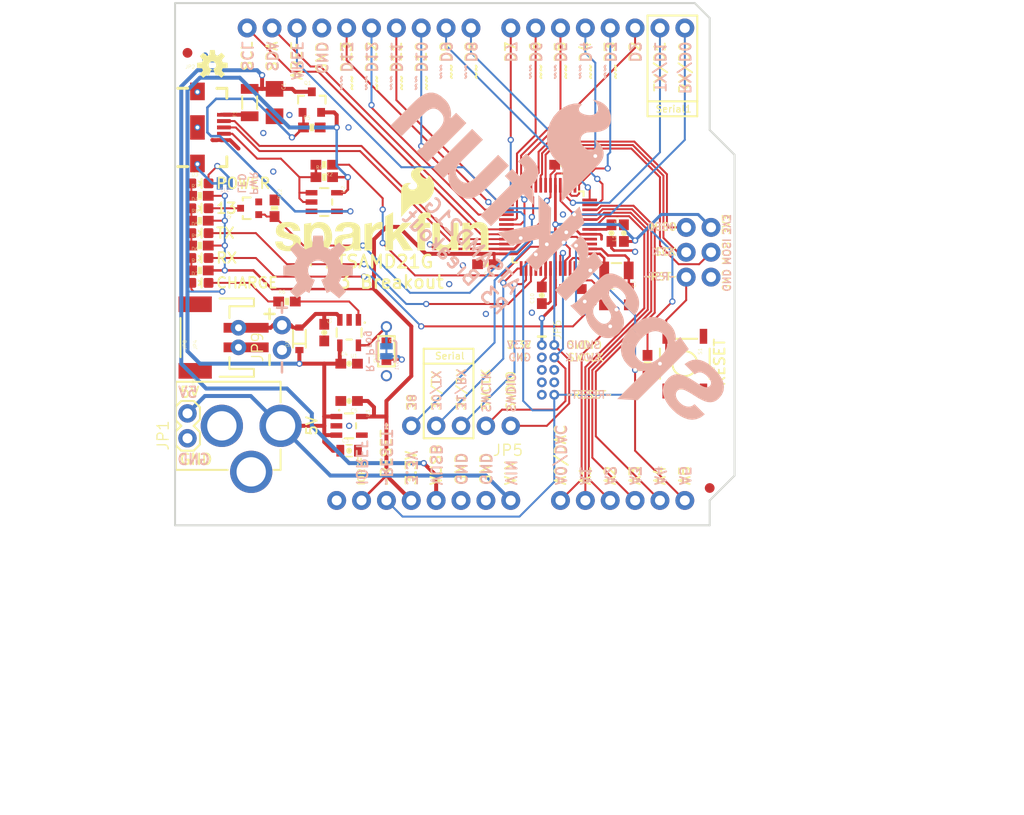
<source format=kicad_pcb>
(kicad_pcb (version 20211014) (generator pcbnew)
  (layers (0 "F.Cu" signal) (31 "B.Cu" signal) (34 "B.Paste" user) (35 "F.Paste" user) (36 "B.SilkS" user "B.Silkscreen") (37 "F.SilkS" user "F.Silkscreen") (38 "B.Mask" user) (39 "F.Mask" user) (44 "Edge.Cuts" user))
  (net 0 "")
  (net 1 "GND")
  (net 2 "3.3V")
  (net 3 "VDDCORE")
  (net 4 "VDDANA")
  (net 5 "N$2")
  (net 6 "N$4")
  (net 7 "~{RESET}")
  (net 8 "USB_D+")
  (net 9 "USB_D-")
  (net 10 "D1/TXO")
  (net 11 "D0/RXI")
  (net 12 "D4")
  (net 13 "D3")
  (net 14 "D2")
  (net 15 "D5")
  (net 16 "D6")
  (net 17 "D7")
  (net 18 "D8")
  (net 19 "D9")
  (net 20 "VIN")
  (net 21 "A3")
  (net 22 "A2")
  (net 23 "A1")
  (net 24 "A0")
  (net 25 "D12")
  (net 26 "N$5")
  (net 27 "N$6")
  (net 28 "D11")
  (net 29 "SWCLK")
  (net 30 "SWDIO")
  (net 31 "N$3")
  (net 32 "SDA")
  (net 33 "SCL")
  (net 34 "N$1")
  (net 35 "USB_ID")
  (net 36 "USB_HOST_EN")
  (net 37 "USB_HOST_POWER_EN")
  (net 38 "RX_LED")
  (net 39 "TX_LED")
  (net 40 "N$10")
  (net 41 "N$11")
  (net 42 "AREF")
  (net 43 "N$12")
  (net 44 "A4")
  (net 45 "A5")
  (net 46 "SPI_MISO")
  (net 47 "SPI_MOSI")
  (net 48 "SPI_SCK")
  (net 49 "D10")
  (net 50 "D13")
  (net 51 "PA13")
  (net 52 "PB22")
  (net 53 "PB23")
  (net 54 "VBAT")
  (net 55 "N$13")
  (net 56 "N$15")
  (net 57 "CHG_STAT")
  (net 58 "VUSB")
  (net 59 "N$8")
  (footprint "boardEagle:0603-CAP" (layer "F.Cu") (at 159.5501 94.8436 180)
    (fp_text reference "C12")
    (fp_text value "0.1uF")
  )
  (footprint "boardEagle:CRYSTAL-SMD-3.2X1.5MM" (layer "F.Cu") (at 165.0111 105.6386 180)
    (fp_text reference "Y1")
    (fp_text value "32.768kHz")
  )
  (footprint "boardEagle:CREATIVE_COMMONS" (layer "F.Cu") (at 123.7361 160.8836)
    (fp_text reference "FRAME1" hide)
    (fp_text value "FRAME-LEDGER" hide)
  )
  (footprint "boardEagle:0603-RES" (layer "F.Cu") (at 130.0861 99.2886 -90)
    (fp_text reference "R12")
    (fp_text value "100k")
  )
  (footprint "boardEagle:SOT23-3" (layer "F.Cu") (at 133.8961 88.4936)
    (fp_text reference "Q1")
    (fp_text value "2.5A/30V")
  )
  (footprint "boardEagle:TQFP-48" (layer "F.Cu") (at 158.0261 101.1936 180)
    (fp_text reference "U4")
    (fp_text value "ATSAMD21G-A")
  )
  (footprint "boardEagle:SOD-323" (layer "F.Cu") (at 132.6261 112.6236 90)
    (fp_text reference "D1")
    (fp_text value "BAT20J")
  )
  (footprint "boardEagle:0603-CAP" (layer "F.Cu") (at 160.5661 107.5436)
    (fp_text reference "C8")
    (fp_text value "0.1uF")
  )
  (footprint "boardEagle:LED-0603" (layer "F.Cu") (at 122.4661 96.7486 -90)
    (fp_text reference "D3")
    (fp_text value "RED")
  )
  (footprint "boardEagle:1206" (layer "F.Cu") (at 130.0861 88.4936 -90)
    (fp_text reference "C1")
    (fp_text value "2.2UF")
  )
  (footprint "boardEagle:ARDUINO_R3_NO_HOLES" (layer "F.Cu") (at 108.4961 131.6736)
    (fp_text reference "JP7" hide)
    (fp_text value "ARDUINO_R3NO_HOLES" hide)
  )
  (footprint "boardEagle:0603-CAP" (layer "F.Cu") (at 164.5031 101.8286 -90)
    (fp_text reference "C6")
    (fp_text value "0.1uF")
  )
  (footprint "boardEagle:SOT323" (layer "F.Cu") (at 127.5461 99.2886 90)
    (fp_text reference "Q2")
    (fp_text value "2N7002PW")
  )
  (footprint "boardEagle:STAND-OFF" (layer "F.Cu") (at 174.5361 96.1136)
    (fp_text reference "STANDOFF4" hide)
    (fp_text value "STAND-OFF" hide)
  )
  (footprint "boardEagle:SOT23-5" (layer "F.Cu") (at 135.1661 98.6536 -90)
    (fp_text reference "U2")
    (fp_text value "74AHC1G125")
  )
  (footprint "boardEagle:JST-2-PTH-NS" (layer "F.Cu") (at 126.4031 112.4966 90)
    (fp_text reference "JP8")
    (fp_text value "")
  )
  (footprint "boardEagle:0603-CAP" (layer "F.Cu") (at 157.3911 108.1786 90)
    (fp_text reference "C10")
    (fp_text value "0.1uF")
  )
  (footprint "boardEagle:0603-CAP" (layer "F.Cu") (at 137.7061 115.1636)
    (fp_text reference "C4")
    (fp_text value "4.7uF")
  )
  (footprint "boardEagle:0603-RES" (layer "F.Cu") (at 122.4661 100.5586)
    (fp_text reference "R8")
    (fp_text value "330")
  )
  (footprint "boardEagle:0603-RES" (layer "F.Cu") (at 168.1861 115.1636 90)
    (fp_text reference "R11")
    (fp_text value "10K")
  )
  (footprint "boardEagle:0603" (layer "F.Cu") (at 141.5161 113.8936 -90)
    (fp_text reference "R1")
    (fp_text value "3.9K")
  )
  (footprint "boardEagle:0603-RES" (layer "F.Cu") (at 135.1661 94.8436 180)
    (fp_text reference "R2")
    (fp_text value "330")
  )
  (footprint "boardEagle:0805-CAP" (layer "F.Cu") (at 137.7061 124.0536)
    (fp_text reference "C3")
    (fp_text value "1.0uF")
  )
  (footprint "boardEagle:0603-RES" (layer "F.Cu") (at 131.3561 108.8136)
    (fp_text reference "R6")
    (fp_text value "330")
  )
  (footprint "boardEagle:0603-CAP" (layer "F.Cu") (at 135.1661 111.9886 -90)
    (fp_text reference "C2")
    (fp_text value "4.7uF")
  )
  (footprint "boardEagle:0603-CAP" (layer "F.Cu") (at 166.2811 108.3056 -90)
    (fp_text reference "C7")
    (fp_text value "15pF")
  )
  (footprint "boardEagle:2X5-PTH-1.27MM" (layer "F.Cu") (at 158.0261 115.7986 -90)
    (fp_text reference "JP6")
    (fp_text value "CORTEX_DEBUGPTH")
  )
  (footprint "boardEagle:SOT23-5" (layer "F.Cu") (at 137.7061 121.5136 -90)
    (fp_text reference "U3")
    (fp_text value "3.3V")
  )
  (footprint "boardEagle:LED-0603" (layer "F.Cu") (at 122.4661 99.2886 -90)
    (fp_text reference "D4")
    (fp_text value "BLUE")
  )
  (footprint "boardEagle:TACTILE-SWITCH-SMD" (layer "F.Cu") (at 171.9961 115.1636 -90)
    (fp_text reference "S1")
    (fp_text value "RESET")
  )
  (footprint "boardEagle:0603-RES" (layer "F.Cu") (at 122.4661 98.0186)
    (fp_text reference "R7")
    (fp_text value "330")
  )
  (footprint "boardEagle:FIDUCIAL-1X2" (layer "F.Cu") (at 174.5361 127.8636)
    (fp_text reference "FID2" hide)
    (fp_text value "FIDUCIAL1X2" hide)
  )
  (footprint "boardEagle:0603" (layer "F.Cu") (at 165.7731 101.8286 90)
    (fp_text reference "L1")
    (fp_text value "FB - 30Ohm")
  )
  (footprint "boardEagle:STAND-OFF" (layer "F.Cu") (at 174.5361 124.0536)
    (fp_text reference "STANDOFF1" hide)
    (fp_text value "STAND-OFF" hide)
  )
  (footprint "boardEagle:USB-AB-MICRO-SMD_V03" (layer "F.Cu") (at 122.2121 91.0336)
    (fp_text reference "JP2")
    (fp_text value "")
  )
  (footprint "boardEagle:STAND-OFF" (layer "F.Cu") (at 123.7361 80.8736)
    (fp_text reference "STANDOFF2" hide)
    (fp_text value "STAND-OFF" hide)
  )
  (footprint "boardEagle:SOT23-5" (layer "F.Cu") (at 137.7061 111.9886 180)
    (fp_text reference "U1")
    (fp_text value "MCP73831")
  )
  (footprint "boardEagle:FIDUCIAL-1X2" (layer "F.Cu") (at 121.1961 83.4136)
    (fp_text reference "FID1" hide)
    (fp_text value "FIDUCIAL1X2" hide)
  )
  (footprint "boardEagle:0603-RES" (layer "F.Cu") (at 133.8961 91.0336)
    (fp_text reference "R5")
    (fp_text value "47K")
  )
  (footprint "boardEagle:JST-2-SMD" (layer "F.Cu") (at 123.4821 112.4966 90)
    (fp_text reference "JP4")
    (fp_text value "")
  )
  (footprint "boardEagle:0603-CAP" (layer "F.Cu") (at 151.6761 105.0036 180)
    (fp_text reference "C11")
    (fp_text value "0.1uF")
  )
  (footprint "boardEagle:1X05_NO_SILK" (layer "F.Cu") (at 154.2161 121.5136 180)
    (fp_text reference "JP5")
    (fp_text value "")
  )
  (footprint "boardEagle:LED-0603" (layer "F.Cu") (at 122.4661 104.3686 -90)
    (fp_text reference "D6")
    (fp_text value "Yellow")
  )
  (footprint "boardEagle:OSHW-LOGO-S" (layer "F.Cu") (at 123.7361 84.6836)
    (fp_text reference "LOGO3" hide)
    (fp_text value "OSHW-LOGOS" hide)
  )
  (footprint "boardEagle:STAND-OFF" (layer "F.Cu") (at 122.4661 129.1336)
    (fp_text reference "STANDOFF3" hide)
    (fp_text value "STAND-OFF" hide)
  )
  (footprint "boardEagle:POWER_JACK_PTH" (layer "F.Cu") (at 117.0051 121.5136 -90)
    (fp_text reference "JP3")
    (fp_text value "POWER_JACKPTH")
  )
  (footprint "boardEagle:0603-RES" (layer "F.Cu") (at 135.1661 96.1136)
    (fp_text reference "R4")
    (fp_text value "100k")
  )
  (footprint "boardEagle:0603-CAP" (layer "F.Cu") (at 163.7411 108.3056 90)
    (fp_text reference "C9")
    (fp_text value "15pF")
  )
  (footprint "boardEagle:1X02" (layer "F.Cu") (at 121.1961 122.7836 90)
    (fp_text reference "JP1")
    (fp_text value "")
  )
  (footprint "boardEagle:SFE_LOGO_NAME_FLAME_.2" (layer "F.Cu") (at 129.4511 105.3846)
    (fp_text reference "LOGO1" hide)
    (fp_text value "SFE_LOGO_NAME_FLAME.2_INCH" hide)
  )
  (footprint "boardEagle:0603-RES" (layer "F.Cu") (at 122.4661 103.0986)
    (fp_text reference "R9")
    (fp_text value "330")
  )
  (footprint "boardEagle:0603-RES" (layer "F.Cu") (at 122.4661 105.6386)
    (fp_text reference "R10")
    (fp_text value "330")
  )
  (footprint "boardEagle:1X02_NO_SILK" (layer "F.Cu") (at 130.8481 113.7666 90)
    (fp_text reference "JP9")
    (fp_text value "")
  )
  (footprint "boardEagle:LED-0603" (layer "F.Cu") (at 122.4661 106.9086 -90)
    (fp_text reference "D2")
    (fp_text value "RED")
  )
  (footprint "boardEagle:0603-CAP" (layer "F.Cu") (at 137.7061 118.9736 180)
    (fp_text reference "C5")
    (fp_text value "2.2uF")
  )
  (footprint "boardEagle:LED-0603" (layer "F.Cu") (at 122.4661 101.8286 -90)
    (fp_text reference "D5")
    (fp_text value "GREEN")
  )
  (footprint "boardEagle:PTC-1206" (layer "F.Cu") (at 127.5461 88.4936 90)
    (fp_text reference "F1")
    (fp_text value "500mA")
  )
  (footprint "boardEagle:1_6W-RES" (layer "F.Cu") (at 141.5161 113.8936 90)
    (fp_text reference "R3")
    (fp_text value "PROG" hide)
  )
  (footprint "boardEagle:OSHW-LOGO-L" (layer "B.Cu") (at 134.5311 105.6386 180)
    (fp_text reference "LOGO4" hide)
    (fp_text value "OSHW-LOGOL" hide)
  )
  (footprint "boardEagle:SFE_LOGO_NAME_FLAME_.4" (layer "B.Cu") (at 170.7261 124.6886 135)
    (fp_text reference "LOGO2" hide)
    (fp_text value "SFE_LOGO_NAME_FLAME.4_INCH" hide)
  )
  (footprint "boardEagle:PAD-JUMPER-2-NC_BY_TRACE_YES_SILK" (layer "B.Cu") (at 141.5161 113.8936 90)
    (fp_text reference "SJ1")
    (fp_text value "R-prog")
  )
  (footprint "boardEagle:PAD-JUMPER-2-NC_BY_TRACE_NO_SILK" (layer "B.Cu") (at 125.0061 96.7486)
    (fp_text reference "SJ2")
    (fp_text value "PWR-LED")
  )
  (gr_line (start 130.8481 108.9406) (end 130.8481 109.9566) (layer "B.SilkS") (width 0.254))
  (gr_line (start 131.3561 109.4486) (end 130.3401 109.4486) (layer "B.SilkS") (width 0.254))
  (gr_line (start 130.8481 115.0366) (end 130.8481 116.0526) (layer "B.SilkS") (width 0.254))
  (gr_line (start 129.0701 110.0836) (end 130.0861 110.0836) (layer "F.SilkS") (width 0.254))
  (gr_line (start 173.2661 88.3666) (end 168.1861 88.3666) (layer "F.SilkS") (width 0.2032))
  (gr_line (start 173.2661 89.8906) (end 173.2661 88.3666) (layer "F.SilkS") (width 0.2032))
  (gr_line (start 150.4061 113.6396) (end 150.4061 115.1636) (layer "F.SilkS") (width 0.2032))
  (gr_line (start 168.1861 88.3666) (end 168.1861 89.8906) (layer "F.SilkS") (width 0.2032))
  (gr_line (start 150.4061 115.1636) (end 150.4061 122.7836) (layer "F.SilkS") (width 0.2032))
  (gr_line (start 145.3261 115.1636) (end 145.3261 113.6396) (layer "F.SilkS") (width 0.2032))
  (gr_line (start 145.3261 115.1636) (end 150.4061 115.1636) (layer "F.SilkS") (width 0.2032))
  (gr_line (start 150.4061 122.7836) (end 145.3261 122.7836) (layer "F.SilkS") (width 0.2032))
  (gr_line (start 173.2661 88.3666) (end 173.2661 79.6036) (layer "F.SilkS") (width 0.2032))
  (gr_line (start 129.5781 114.2746) (end 129.5781 115.2906) (layer "F.SilkS") (width 0.254))
  (gr_line (start 168.1861 79.6036) (end 168.1861 88.3666) (layer "F.SilkS") (width 0.2032))
  (gr_line (start 173.2661 79.6036) (end 168.1861 79.6036) (layer "F.SilkS") (width 0.2032))
  (gr_line (start 129.5781 109.5756) (end 129.5781 110.5916) (layer "F.SilkS") (width 0.254))
  (gr_line (start 145.3261 122.7836) (end 145.3261 115.1636) (layer "F.SilkS") (width 0.2032))
  (gr_line (start 168.1861 89.8906) (end 173.2661 89.8906) (layer "F.SilkS") (width 0.2032))
  (gr_line (start 145.3261 113.6396) (end 150.4061 113.6396) (layer "F.SilkS") (width 0.2032))
  (gr_line (start 177.0761 93.8276) (end 174.5361 91.2876) (layer "Edge.Cuts") (width 0.2032))
  (gr_line (start 174.5361 91.2876) (end 174.5361 79.8576) (layer "Edge.Cuts") (width 0.2032))
  (gr_line (start 174.5361 131.6736) (end 174.5361 129.1336) (layer "Edge.Cuts") (width 0.2032))
  (gr_line (start 174.5361 129.1336) (end 177.0761 126.5936) (layer "Edge.Cuts") (width 0.2032))
  (gr_line (start 174.5361 79.8576) (end 173.0121 78.3336) (layer "Edge.Cuts") (width 0.2032))
  (gr_line (start 119.9261 131.6736) (end 174.5361 131.6736) (layer "Edge.Cuts") (width 0.2032))
  (gr_line (start 119.9261 78.3336) (end 119.9261 131.6736) (layer "Edge.Cuts") (width 0.2032))
  (gr_line (start 177.0761 126.5936) (end 177.0761 93.8276) (layer "Edge.Cuts") (width 0.2032))
  (gr_line (start 173.0121 78.3336) (end 119.9261 78.3336) (layer "Edge.Cuts") (width 0.2032))
  (gr_text "v10" (at 123.7361 83.4136) (layer "B.Cu") (effects (font (size 0.8636 0.8636) (thickness 0.1524)) (justify top mirror)))
  (gr_text "~~" (at 139.4841 85.5726 -90) (layer "B.SilkS") (effects (font (size 1.0795 1.0795) (thickness 0.1905)) (justify right mirror)))
  (gr_text "D6" (at 156.7561 82.1436 -90) (layer "B.SilkS") (effects (font (size 1.0795 1.0795) (thickness 0.1905)) (justify right mirror)))
  (gr_text "PWR\nLED" (at 126.2761 96.7486 -90) (layer "B.SilkS") (effects (font (size 0.75565 0.75565) (thickness 0.13335)) (justify bottom mirror)))
  (gr_text "3.3V" (at 144.0561 127.6858 -90) (layer "B.SilkS") (effects (font (size 1.0795 1.0795) (thickness 0.1905)) (justify left mirror)))
  (gr_text "A3" (at 166.9161 127.6858 -90) (layer "B.SilkS") (effects (font (size 1.0795 1.0795) (thickness 0.1905)) (justify left mirror)))
  (gr_text "3V3" (at 175.8061 100.9396 -90) (layer "B.SilkS") (effects (font (size 0.75565 0.75565) (thickness 0.13335)) (justify bottom mirror)))
  (gr_text "AREF" (at 132.3721 82.1436 -90) (layer "B.SilkS") (effects (font (size 1.0795 1.0795) (thickness 0.1905)) (justify right mirror)))
  (gr_text "D11" (at 142.5321 82.1436 -90) (layer "B.SilkS") (effects (font (size 1.0795 1.0795) (thickness 0.1905)) (justify right mirror)))
  (gr_text "SWDIO" (at 159.8041 113.2586) (layer "B.SilkS") (effects (font (size 0.75565 0.75565) (thickness 0.13335)) (justify right mirror)))
  (gr_text "D13" (at 137.4521 82.1436 -90) (layer "B.SilkS") (effects (font (size 1.0795 1.0795) (thickness 0.1905)) (justify right mirror)))
  (gr_text "D12" (at 139.9921 82.1436 -90) (layer "B.SilkS") (effects (font (size 1.0795 1.0795) (thickness 0.1905)) (justify right mirror)))
  (gr_text "~~" (at 158.7881 84.4296 -90) (layer "B.SilkS") (effects (font (size 1.0795 1.0795) (thickness 0.1905)) (justify right mirror)))
  (gr_text "D4" (at 161.8361 82.1436 -90) (layer "B.SilkS") (effects (font (size 1.0795 1.0795) (thickness 0.1905)) (justify right mirror)))
  (gr_text "38" (at 144.0561 120.015 -90) (layer "B.SilkS") (effects (font (size 0.8636 0.8636) (thickness 0.1524)) (justify left mirror)))
  (gr_text "~~" (at 163.8681 84.4296 -90) (layer "B.SilkS") (effects (font (size 1.0795 1.0795) (thickness 0.1905)) (justify right mirror)))
  (gr_text "D7" (at 154.2161 82.1436 -90) (layer "B.SilkS") (effects (font (size 1.0795 1.0795) (thickness 0.1905)) (justify right mirror)))
  (gr_text "A4" (at 169.4561 127.6858 -90) (layer "B.SilkS") (effects (font (size 1.0795 1.0795) (thickness 0.1905)) (justify left mirror)))
  (gr_text "GND" (at 175.8061 106.6546 -90) (layer "B.SilkS") (effects (font (size 0.75565 0.75565) (thickness 0.13335)) (justify bottom mirror)))
  (gr_text "GND" (at 156.3751 114.5286) (layer "B.SilkS") (effects (font (size 0.75565 0.75565) (thickness 0.13335)) (justify left mirror)))
  (gr_text "3.3V" (at 156.3751 113.2586) (layer "B.SilkS") (effects (font (size 0.75565 0.75565) (thickness 0.13335)) (justify left mirror)))
  (gr_text "SWCLK" (at 151.6761 120.2436 -90) (layer "B.SilkS") (effects (font (size 0.8636 0.8636) (thickness 0.1524)) (justify left mirror)))
  (gr_text "MOSI" (at 175.8061 103.7336 -90) (layer "B.SilkS") (effects (font (size 0.75565 0.75565) (thickness 0.13335)) (justify bottom mirror)))
  (gr_text "A0/DAC" (at 159.2961 127.6858 -90) (layer "B.SilkS") (effects (font (size 1.0795 1.0795) (thickness 0.1905)) (justify left mirror)))
  (gr_text "D5" (at 159.2961 82.1436 -90) (layer "B.SilkS") (effects (font (size 1.0795 1.0795) (thickness 0.1905)) (justify right mirror)))
  (gr_text "GND" (at 151.6761 127.6858 -90) (layer "B.SilkS") (effects (font (size 1.0795 1.0795) (thickness 0.1905)) (justify left mirror)))
  (gr_text "5V" (at 122.3391 118.7196) (layer "B.SilkS") (effects (font (size 1.0795 1.0795) (thickness 0.1905)) (justify left bottom mirror)))
  (gr_text "~RESET~" (at 141.5161 127.6858 -90) (layer "B.SilkS") (effects (font (size 1.0795 1.0795) (thickness 0.1905)) (justify left mirror)))
  (gr_text "~RESET~" (at 159.8041 118.3386) (layer "B.SilkS") (effects (font (size 0.75565 0.75565) (thickness 0.13335)) (justify right mirror)))
  (gr_text "GND" (at 149.1361 127.6858 -90) (layer "B.SilkS") (effects (font (size 1.0795 1.0795) (thickness 0.1905)) (justify left mirror)))
  (gr_text "MISO" (at 170.9801 101.1936) (layer "B.SilkS") (effects (font (size 0.75565 0.75565) (thickness 0.13335)) (justify left mirror)))
  (gr_text "D9" (at 147.6121 82.1436 -90) (layer "B.SilkS") (effects (font (size 1.0795 1.0795) (thickness 0.1905)) (justify right mirror)))
  (gr_text "~~" (at 136.9441 85.5726 -90) (layer "B.SilkS") (effects (font (size 1.0795 1.0795) (thickness 0.1905)) (justify right mirror)))
  (gr_text "GND" (at 134.9121 82.1436 -90) (layer "B.SilkS") (effects (font (size 1.0795 1.0795) (thickness 0.1905)) (justify right mirror)))
  (gr_text "SWDIO" (at 154.2161 120.2436 -90) (layer "B.SilkS") (effects (font (size 0.8636 0.8636) (thickness 0.1524)) (justify left mirror)))
  (gr_text "~~" (at 149.6441 84.4296 -90) (layer "B.SilkS") (effects (font (size 1.0795 1.0795) (thickness 0.1905)) (justify right mirror)))
  (gr_text "SCK" (at 170.9801 103.7336) (layer "B.SilkS") (effects (font (size 0.75565 0.75565) (thickness 0.13335)) (justify left mirror)))
  (gr_text "~~" (at 142.0241 85.5726 -90) (layer "B.SilkS") (effects (font (size 1.0795 1.0795) (thickness 0.1905)) (justify right mirror)))
  (gr_text "~~" (at 144.5641 85.5726 -90) (layer "B.SilkS") (effects (font (size 1.0795 1.0795) (thickness 0.1905)) (justify right mirror)))
  (gr_text "~~" (at 147.1041 84.4296 -90) (layer "B.SilkS") (effects (font (size 1.0795 1.0795) (thickness 0.1905)) (justify right mirror)))
  (gr_text "IOREF" (at 138.9761 127.6858 -90) (layer "B.SilkS") (effects (font (size 1.0795 1.0795) (thickness 0.1905)) (justify left mirror)))
  (gr_text "D8" (at 150.1521 82.1436 -90) (layer "B.SilkS") (effects (font (size 1.0795 1.0795) (thickness 0.1905)) (justify right mirror)))
  (gr_text "A2" (at 164.3761 127.6858 -90) (layer "B.SilkS") (effects (font (size 1.0795 1.0795) (thickness 0.1905)) (justify left mirror)))
  (gr_text "A1" (at 161.8361 127.6858 -90) (layer "B.SilkS") (effects (font (size 1.0795 1.0795) (thickness 0.1905)) (justify left mirror)))
  (gr_text "31/RX" (at 149.1361 120.015 -90) (layer "B.SilkS") (effects (font (size 0.8636 0.8636) (thickness 0.1524)) (justify left mirror)))
  (gr_text "D3" (at 164.3761 82.1436 -90) (layer "B.SilkS") (effects (font (size 1.0795 1.0795) (thickness 0.1905)) (justify right mirror)))
  (gr_text "30/TX" (at 146.5961 120.015 -90) (layer "B.SilkS") (effects (font (size 0.8636 0.8636) (thickness 0.1524)) (justify left mirror)))
  (gr_text "SCL" (at 127.2921 82.1436 -90) (layer "B.SilkS") (effects (font (size 1.0795 1.0795) (thickness 0.1905)) (justify right mirror)))
  (gr_text "RX/D0" (at 171.9961 82.1436 -90) (layer "B.SilkS") (effects (font (size 1.0795 1.0795) (thickness 0.1905)) (justify right mirror)))
  (gr_text "~RST~" (at 170.9801 106.2736) (layer "B.SilkS") (effects (font (size 0.75565 0.75565) (thickness 0.13335)) (justify left mirror)))
  (gr_text "ATSAMD21G\nR3 Breakout" (at 150.9141 102.4636 -45) (layer "B.SilkS") (effects (font (size 1.5113 1.5113) (thickness 0.2667)) (justify top mirror)))
  (gr_text "SDA" (at 129.8321 82.1436 -90) (layer "B.SilkS") (effects (font (size 1.0795 1.0795) (thickness 0.1905)) (justify right mirror)))
  (gr_text "SWCLK" (at 159.6771 114.5286) (layer "B.SilkS") (effects (font (size 0.75565 0.75565) (thickness 0.13335)) (justify right mirror)))
  (gr_text "GND" (at 120.0531 125.5776) (layer "B.SilkS") (effects (font (size 1.0795 1.0795) (thickness 0.1905)) (justify right bottom mirror)))
  (gr_text "~~" (at 156.2481 84.4296 -90) (layer "B.SilkS") (effects (font (size 1.0795 1.0795) (thickness 0.1905)) (justify right mirror)))
  (gr_text "VIN" (at 154.2161 127.6858 -90) (layer "B.SilkS") (effects (font (size 1.0795 1.0795) (thickness 0.1905)) (justify left mirror)))
  (gr_text "A5" (at 171.9961 127.6858 -90) (layer "B.SilkS") (effects (font (size 1.0795 1.0795) (thickness 0.1905)) (justify left mirror)))
  (gr_text "D10" (at 145.0721 82.1436 -90) (layer "B.SilkS") (effects (font (size 1.0795 1.0795) (thickness 0.1905)) (justify right mirror)))
  (gr_text "VUSB" (at 146.5961 127.6858 -90) (layer "B.SilkS") (effects (font (size 1.0795 1.0795) (thickness 0.1905)) (justify left mirror)))
  (gr_text "~~" (at 161.3281 84.4296 -90) (layer "B.SilkS") (effects (font (size 1.0795 1.0795) (thickness 0.1905)) (justify right mirror)))
  (gr_text "D2" (at 166.9161 82.1436 -90) (layer "B.SilkS") (effects (font (size 1.0795 1.0795) (thickness 0.1905)) (justify right mirror)))
  (gr_text "TX/D1" (at 169.4561 82.1436 -90) (layer "B.SilkS") (effects (font (size 1.0795 1.0795) (thickness 0.1905)) (justify right mirror)))
  (gr_text "R-Prog" (at 140.2461 113.8936 -90) (layer "B.SilkS") (effects (font (size 0.75565 0.75565) (thickness 0.13335)) (justify top mirror)))
  (gr_text "~~" (at 143.0401 85.5726 90) (layer "F.SilkS") (effects (font (size 1.0795 1.0795) (thickness 0.1905)) (justify right)))
  (gr_text "TX/D1" (at 169.4561 82.1436 90) (layer "F.SilkS") (effects (font (size 1.0795 1.0795) (thickness 0.1905)) (justify right)))
  (gr_text "31/RX" (at 149.1361 120.015 90) (layer "F.SilkS") (effects (font (size 0.8636 0.8636) (thickness 0.1524)) (justify left)))
  (gr_text "D9" (at 147.6121 82.1436 90) (layer "F.SilkS") (effects (font (size 1.0795 1.0795) (thickness 0.1905)) (justify right)))
  (gr_text "~RESET~" (at 159.9311 118.3386) (layer "F.SilkS") (effects (font (size 0.75565 0.75565) (thickness 0.13335)) (justify left)))
  (gr_text "RX" (at 124.0155 104.3686) (layer "F.SilkS") (effects (font (size 1.0795 1.0795) (thickness 0.1905)) (justify left)))
  (gr_text "VIN" (at 154.2161 127.6858 90) (layer "F.SilkS") (effects (font (size 1.0795 1.0795) (thickness 0.1905)) (justify left)))
  (gr_text "13" (at 124.0155 99.2886) (layer "F.SilkS") (effects (font (size 1.0795 1.0795) (thickness 0.1905)) (justify left)))
  (gr_text "D2" (at 166.9161 82.1436 90) (layer "F.SilkS") (effects (font (size 1.0795 1.0795) (thickness 0.1905)) (justify right)))
  (gr_text "D10" (at 145.0721 82.1436 90) (layer "F.SilkS") (effects (font (size 1.0795 1.0795) (thickness 0.1905)) (justify right)))
  (gr_text "VUSB" (at 146.5961 127.6858 90) (layer "F.SilkS") (effects (font (size 1.0795 1.0795) (thickness 0.1905)) (justify left)))
  (gr_text "TX" (at 124.0155 101.8286) (layer "F.SilkS") (effects (font (size 1.0795 1.0795) (thickness 0.1905)) (justify left)))
  (gr_text "GND" (at 175.8061 106.6546 90) (layer "F.SilkS") (effects (font (size 0.75565 0.75565) (thickness 0.13335)) (justify top)))
  (gr_text "~RST~" (at 171.2341 106.2736) (layer "F.SilkS") (effects (font (size 0.75565 0.75565) (thickness 0.13335)) (justify right)))
  (gr_text "~~" (at 140.5001 85.5726 90) (layer "F.SilkS") (effects (font (size 1.0795 1.0795) (thickness 0.1905)) (justify right)))
  (gr_text "SCL" (at 127.2921 82.1436 90) (layer "F.SilkS") (effects (font (size 1.0795 1.0795) (thickness 0.1905)) (justify right)))
  (gr_text "IOREF" (at 138.9761 127.6858 90) (layer "F.SilkS") (effects (font (size 0.69088 0.69088) (thickness 0.12192)) (justify left)))
  (gr_text "POWER" (at 124.0155 96.7486) (layer "F.SilkS") (effects (font (size 1.0795 1.0795) (thickness 0.1905)) (justify left)))
  (gr_text "~~" (at 159.8041 84.4296 90) (layer "F.SilkS") (effects (font (size 1.0795 1.0795) (thickness 0.1905)) (justify right)))
  (gr_text "~RESET~" (at 141.5161 127.6858 90) (layer "F.SilkS") (effects (font (size 1.0795 1.0795) (thickness 0.1905)) (justify left)))
  (gr_text "GND" (at 156.3751 114.5286) (layer "F.SilkS") (effects (font (size 0.75565 0.75565) (thickness 0.13335)) (justify right)))
  (gr_text "D13" (at 137.4521 82.1436 90) (layer "F.SilkS") (effects (font (size 1.0795 1.0795) (thickness 0.1905)) (justify right)))
  (gr_text "ATSAMD21G\nR3 Breakout" (at 135.1661 103.9876) (layer "F.SilkS") (effects (font (size 1.2954 1.2954) (thickness 0.2286)) (justify left top)))
  (gr_text "~~" (at 157.2641 84.4296 90) (layer "F.SilkS") (effects (font (size 1.0795 1.0795) (thickness 0.1905)) (justify right)))
  (gr_text "5V" (at 133.2611 121.5136 90) (layer "F.SilkS") (effects (font (size 1.0795 1.0795) (thickness 0.1905)) (justify top)))
  (gr_text "GND" (at 134.9121 82.1436 90) (layer "F.SilkS") (effects (font (size 1.0795 1.0795) (thickness 0.1905)) (justify right)))
  (gr_text "GND" (at 151.6761 127.6858 90) (layer "F.SilkS") (effects (font (size 1.0795 1.0795) (thickness 0.1905)) (justify left)))
  (gr_text "RX/D0" (at 171.9961 82.1436 90) (layer "F.SilkS") (effects (font (size 1.0795 1.0795) (thickness 0.1905)) (justify right)))
  (gr_text "3.3V" (at 144.0561 127.6858 90) (layer "F.SilkS") (effects (font (size 1.0795 1.0795) (thickness 0.1905)) (justify left)))
  (gr_text "AREF" (at 132.3721 82.1436 90) (layer "F.SilkS") (effects (font (size 1.0795 1.0795) (thickness 0.1905)) (justify right)))
  (gr_text "3V3" (at 175.8061 100.9396 90) (layer "F.SilkS") (effects (font (size 0.75565 0.75565) (thickness 0.13335)) (justify top)))
  (gr_text "D4" (at 161.8361 82.1436 90) (layer "F.SilkS") (effects (font (size 1.0795 1.0795) (thickness 0.1905)) (justify right)))
  (gr_text "D11" (at 142.5321 82.1436 90) (layer "F.SilkS") (effects (font (size 1.0795 1.0795) (thickness 0.1905)) (justify right)))
  (gr_text "SCK" (at 171.2341 103.7336) (layer "F.SilkS") (effects (font (size 0.75565 0.75565) (thickness 0.13335)) (justify right)))
  (gr_text "A0/DAC" (at 159.2961 127.6858 90) (layer "F.SilkS") (effects (font (size 1.0795 1.0795) (thickness 0.1905)) (justify left)))
  (gr_text "~~" (at 137.9601 85.5726 90) (layer "F.SilkS") (effects (font (size 1.0795 1.0795) (thickness 0.1905)) (justify right)))
  (gr_text "D12" (at 139.9921 82.1436 90) (layer "F.SilkS") (effects (font (size 1.0795 1.0795) (thickness 0.1905)) (justify right)))
  (gr_text "GND" (at 120.3071 124.3076) (layer "F.SilkS") (effects (font (size 1.0795 1.0795) (thickness 0.1905)) (justify left top)))
  (gr_text "SWCLK" (at 159.9311 114.5286) (layer "F.SilkS") (effects (font (size 0.75565 0.75565) (thickness 0.13335)) (justify left)))
  (gr_text "D6" (at 156.7561 82.1436 90) (layer "F.SilkS") (effects (font (size 1.0795 1.0795) (thickness 0.1905)) (justify right)))
  (gr_text "MOSI" (at 175.8061 103.7336 90) (layer "F.SilkS") (effects (font (size 0.75565 0.75565) (thickness 0.13335)) (justify top)))
  (gr_text "SWDIO" (at 159.9311 113.2586) (layer "F.SilkS") (effects (font (size 0.75565 0.75565) (thickness 0.13335)) (justify left)))
  (gr_text "A2" (at 164.3761 127.6858 90) (layer "F.SilkS") (effects (font (size 1.0795 1.0795) (thickness 0.1905)) (justify left)))
  (gr_text "MISO" (at 171.2341 101.1936) (layer "F.SilkS") (effects (font (size 0.75565 0.75565) (thickness 0.13335)) (justify right)))
  (gr_text "~~" (at 164.8841 84.4296 90) (layer "F.SilkS") (effects (font (size 1.0795 1.0795) (thickness 0.1905)) (justify right)))
  (gr_text "D3" (at 164.3761 82.1436 90) (layer "F.SilkS") (effects (font (size 1.0795 1.0795) (thickness 0.1905)) (justify right)))
  (gr_text "3.3V" (at 156.3751 113.2586) (layer "F.SilkS") (effects (font (size 0.75565 0.75565) (thickness 0.13335)) (justify right)))
  (gr_text "~~" (at 150.6601 84.4296 90) (layer "F.SilkS") (effects (font (size 1.0795 1.0795) (thickness 0.1905)) (justify right)))
  (gr_text "~~" (at 148.1201 84.4296 90) (layer "F.SilkS") (effects (font (size 1.0795 1.0795) (thickness 0.1905)) (justify right)))
  (gr_text "SWCLK" (at 151.6761 120.015 90) (layer "F.SilkS") (effects (font (size 0.8636 0.8636) (thickness 0.1524)) (justify left)))
  (gr_text "A1" (at 161.8361 127.6858 90) (layer "F.SilkS") (effects (font (size 1.0795 1.0795) (thickness 0.1905)) (justify left)))
  (gr_text "30/TX" (at 146.5961 120.015 90) (layer "F.SilkS") (effects (font (size 0.8636 0.8636) (thickness 0.1524)) (justify left)))
  (gr_text "Serial1" (at 170.8531 88.7476) (layer "F.SilkS") (effects (font (size 0.69088 0.69088) (thickness 0.12192)) (justify top)))
  (gr_text "D5" (at 159.2961 82.1436 90) (layer "F.SilkS") (effects (font (size 1.0795 1.0795) (thickness 0.1905)) (justify right)))
  (gr_text "38" (at 144.0561 120.015 90) (layer "F.SilkS") (effects (font (size 0.8636 0.8636) (thickness 0.1524)) (justify left)))
  (gr_text "A5" (at 171.9961 127.6858 90) (layer "F.SilkS") (effects (font (size 1.0795 1.0795) (thickness 0.1905)) (justify left)))
  (gr_text "CHARGE" (at 124.0155 106.9086) (layer "F.SilkS") (effects (font (size 1.0795 1.0795) (thickness 0.1905)) (justify left)))
  (gr_text "RESET" (at 174.9171 115.0366 90) (layer "F.SilkS") (effects (font (size 1.0795 1.0795) (thickness 0.1905)) (justify top)))
  (gr_text "~~" (at 162.3441 84.4296 90) (layer "F.SilkS") (effects (font (size 1.0795 1.0795) (thickness 0.1905)) (justify right)))
  (gr_text "~~" (at 145.5801 85.5726 90) (layer "F.SilkS") (effects (font (size 1.0795 1.0795) (thickness 0.1905)) (justify right)))
  (gr_text "Serial" (at 147.9931 114.7826) (layer "F.SilkS") (effects (font (size 0.69088 0.69088) (thickness 0.12192)) (justify bottom)))
  (gr_text "A4" (at 169.4561 127.6858 90) (layer "F.SilkS") (effects (font (size 1.0795 1.0795) (thickness 0.1905)) (justify left)))
  (gr_text "D7" (at 154.2161 82.1436 90) (layer "F.SilkS") (effects (font (size 1.0795 1.0795) (thickness 0.1905)) (justify right)))
  (gr_text "A3" (at 166.9161 127.6858 90) (layer "F.SilkS") (effects (font (size 1.0795 1.0795) (thickness 0.1905)) (justify left)))
  (gr_text "5V" (at 120.3071 118.7196) (layer "F.SilkS") (effects (font (size 1.0795 1.0795) (thickness 0.1905)) (justify left bottom)))
  (gr_text "SWDIO" (at 154.2161 120.015 90) (layer "F.SilkS") (effects (font (size 0.8636 0.8636) (thickness 0.1524)) (justify left)))
  (gr_text "D8" (at 150.1521 82.1436 90) (layer "F.SilkS") (effects (font (size 1.0795 1.0795) (thickness 0.1905)) (justify right)))
  (gr_text "SDA" (at 129.8321 82.1436 90) (layer "F.SilkS") (effects (font (size 1.0795 1.0795) (thickness 0.1905)) (justify right)))
  (gr_text "GND" (at 149.1361 127.6858 90) (layer "F.SilkS") (effects (font (size 1.0795 1.0795) (thickness 0.1905)) (justify left)))
  (segment (start 125.5441 92.3336) (end 126.4031 93.1926) (width 0.4064) (layer "F.Cu") (net 1))
  (segment (start 164.5031 102.6786) (end 164.5031 103.3526) (width 0.2794) (layer "F.Cu") (net 1))
  (segment (start 166.7891 103.6066) (end 166.9161 103.7336) (width 0.254) (layer "F.Cu") (net 1))
  (segment (start 157.8991 104.4956) (end 157.8991 102.9716) (width 0.254) (layer "F.Cu") (net 1))
  (segment (start 158.2761 95.8636) (end 158.7001 95.4396) (width 0.2032) (layer "F.Cu") (net 1))
  (segment (start 157.8991 100.1141) (end 157.8991 98.5266) (width 0.254) (layer "F.Cu") (net 1))
  (segment (start 161.3161 101.9436) (end 160.5661 101.1936) (width 0.254) (layer "F.Cu") (net 1))
  (segment (start 153.7761 103.4436) (end 154.5696 103.4436) (width 0.254) (layer "F.Cu") (net 1))
  (segment (start 163.4871 102.0826) (end 163.4871 102.4636) (width 0.2794) (layer "F.Cu") (net 1))
  (segment (start 158.2761 96.9436) (end 158.2761 95.8636) (width 0.2032) (layer "F.Cu") (net 1))
  (segment (start 157.7761 105.4436) (end 157.7761 106.3966) (width 0.254) (layer "F.Cu") (net 1))
  (segment (start 153.7761 103.4436) (end 146.4331 103.4436) (width 0.254) (layer "F.Cu") (net 1))
  (segment (start 157.7761 105.4436) (end 157.7761 104.6186) (width 0.254) (layer "F.Cu") (net 1))
  (segment (start 123.7661 92.3336) (end 123.7361 92.3036) (width 0.4064) (layer "F.Cu") (net 1))
  (segment (start 157.7761 104.6186) (end 157.8991 104.4956) (width 0.254) (layer "F.Cu") (net 1))
  (segment (start 158.7001 94.8436) (end 158.7001 95.4396) (width 0.2032) (layer "F.Cu") (net 1))
  (segment (start 162.2761 101.9436) (end 163.3481 101.9436) (width 0.254) (layer "F.Cu") (net 1))
  (segment (start 157.3911 106.7816) (end 157.7761 106.3966) (width 0.254) (layer "F.Cu") (net 1))
  (segment (start 164.5031 103.3526) (end 164.7571 103.6066) (width 0.2794) (layer "F.Cu") (net 1))
  (segment (start 163.3481 101.9436) (end 163.4871 102.0826) (width 0.2794) (layer "F.Cu") (net 1))
  (segment (start 162.2761 101.9436) (end 161.3161 101.9436) (width 0.254) (layer "F.Cu") (net 1))
  (segment (start 157.3911 107.3286) (end 157.3911 106.7816) (width 0.254) (layer "F.Cu") (net 1))
  (segment (start 164.7571 103.6066) (end 166.7891 103.6066) (width 0.254) (layer "F.Cu") (net 1))
  (segment (start 146.4331 103.4436) (end 145.9611 102.9716) (width 0.254) (layer "F.Cu") (net 1))
  (segment (start 124.9121 92.3336) (end 123.7661 92.3336) (width 0.4064) (layer "F.Cu") (net 1))
  (segment (start 158.2761 96.9436) (end 158.2761 98.1496) (width 0.2032) (layer "F.Cu") (net 1))
  (segment (start 154.5696 103.4436) (end 157.8991 100.1141) (width 0.254) (layer "F.Cu") (net 1))
  (segment (start 158.2761 98.1496) (end 157.8991 98.5266) (width 0.2032) (layer "F.Cu") (net 1))
  (via (at 165.0111 109.6391) (size 0.635) (drill 0.381) (layers "F.Cu" "B.Cu") (net 1))
  (via (at 131.6101 89.7636) (size 0.635) (drill 0.381) (layers "F.Cu" "B.Cu") (net 1))
  (via (at 151.6761 110.0836) (size 0.635) (drill 0.381) (layers "F.Cu" "B.Cu") (net 1))
  (via (at 122.2121 87.4141) (size 0.635) (drill 0.381) (layers "F.Cu" "B.Cu") (net 1))
  (via (at 156.3751 109.9566) (size 0.635) (drill 0.381) (layers "F.Cu" "B.Cu") (net 1))
  (via (at 155.2321 102.3366) (size 0.635) (drill 0.381) (layers "F.Cu" "B.Cu") (net 1))
  (via (at 157.8991 102.9716) (size 0.635) (drill 0.381) (layers "F.Cu" "B.Cu") (net 1))
  (via (at 159.5501 99.9236) (size 0.635) (drill 0.381) (layers "F.Cu" "B.Cu") (net 1))
  (via (at 137.7061 121.5136) (size 0.635) (drill 0.381) (layers "F.Cu" "B.Cu") (net 1))
  (via (at 128.9431 91.6051) (size 0.635) (drill 0.381) (layers "F.Cu" "B.Cu") (net 1))
  (via (at 157.8991 98.5266) (size 0.635) (drill 0.381) (layers "F.Cu" "B.Cu") (net 1))
  (via (at 161.7726 108.8136) (size 0.635) (drill 0.381) (layers "F.Cu" "B.Cu") (net 1))
  (via (at 137.6426 91.0336) (size 0.635) (drill 0.381) (layers "F.Cu" "B.Cu") (net 1))
  (via (at 147.9296 107.0356) (size 0.635) (drill 0.381) (layers "F.Cu" "B.Cu") (net 1))
  (via (at 129.9591 95.5421) (size 0.635) (drill 0.381) (layers "F.Cu" "B.Cu") (net 1))
  (via (at 149.3266 105.1306) (size 0.635) (drill 0.381) (layers "F.Cu" "B.Cu") (net 1))
  (via (at 122.2121 91.0336) (size 0.635) (drill 0.381) (layers "F.Cu" "B.Cu") (net 1))
  (via (at 145.9611 102.9716) (size 0.635) (drill 0.381) (layers "F.Cu" "B.Cu") (net 1))
  (via (at 166.9161 103.7336) (size 0.635) (drill 0.381) (layers "F.Cu" "B.Cu") (net 1))
  (via (at 122.2121 94.7801) (size 0.635) (drill 0.381) (layers "F.Cu" "B.Cu") (net 1))
  (segment (start 122.2121 95.2246) (end 122.2121 94.7801) (width 0.254) (layer "B.Cu") (net 1))
  (segment (start 124.4981 96.7486) (end 123.7361 96.7486) (width 0.254) (layer "B.Cu") (net 1))
  (segment (start 123.7361 96.7486) (end 122.2121 95.2246) (width 0.254) (layer "B.Cu") (net 1))
  (segment (start 129.8321 107.5436) (end 127.9271 105.6386) (width 0.254) (layer "F.Cu") (net 2))
  (segment (start 156.5656 102.2096) (end 158.7761 102.2096) (width 0.254) (layer "F.Cu") (net 2))
  (segment (start 168.1861 114.3136) (end 168.1861 111.3536) (width 0.2032) (layer "F.Cu") (net 2))
  (segment (start 152.5261 103.9436) (end 145.5361 103.9436) (width 0.4064) (layer "F.Cu") (net 2))
  (segment (start 165.7731 102.6786) (end 166.8281 102.6786) (width 0.3048) (layer "F.Cu") (net 2))
  (segment (start 154.8316 103.9436) (end 156.5656 102.2096) (width 0.254) (layer "F.Cu") (net 2))
  (segment (start 158.7761 109.1431) (end 157.3911 110.5281) (width 0.3048) (layer "F.Cu") (net 2))
  (segment (start 158.7761 105.4436) (end 158.7761 106.6036) (width 0.2794) (layer "F.Cu") (net 2))
  (segment (start 140.2461 119.6086) (end 140.2461 120.5636) (width 0.4064) (layer "F.Cu") (net 2))
  (segment (start 158.7761 106.6036) (end 158.7761 107.5436) (width 0.3048) (layer "F.Cu") (net 2))
  (segment (start 139.6111 118.9736) (end 140.2461 119.6086) (width 0.4064) (layer "F.Cu") (net 2))
  (segment (start 140.2461 102.4636) (end 141.5161 101.1936) (width 0.4064) (layer "F.Cu") (net 2))
  (segment (start 141.5161 118.9736) (end 144.0561 116.4336) (width 0.4064) (layer "F.Cu") (net 2))
  (segment (start 127.9271 105.6386) (end 125.0061 105.6386) (width 0.254) (layer "F.Cu") (net 2))
  (segment (start 140.2461 107.5436) (end 144.0561 111.3536) (width 0.4064) (layer "F.Cu") (net 2))
  (segment (start 141.5161 120.5636) (end 141.5161 118.9736) (width 0.4064) (layer "F.Cu") (net 2))
  (segment (start 138.9761 129.1336) (end 141.5161 126.5936) (width 0.254) (layer "F.Cu") (net 2))
  (segment (start 123.3161 98.0186) (end 125.0061 98.0186) (width 0.2032) (layer "F.Cu") (net 2))
  (segment (start 140.2461 107.5436) (end 140.2461 102.4636) (width 0.4064) (layer "F.Cu") (net 2))
  (segment (start 123.3161 103.0986) (end 125.0061 103.0986) (width 0.2032) (layer "F.Cu") (net 2))
  (segment (start 125.0061 100.5586) (end 123.3161 100.5586) (width 0.2032) (layer "F.Cu") (net 2))
  (segment (start 166.8281 102.6786) (end 166.9161 102.5906) (width 0.3048) (layer "F.Cu") (net 2))
  (segment (start 158.7761 102.2096) (end 158.7761 105.4436) (width 0.2794) (layer "F.Cu") (net 2))
  (segment (start 158.9151 95.7326) (end 159.5111 95.7326) (width 0.2032) (layer "F.Cu") (net 2))
  (segment (start 141.5161 126.5936) (end 141.5161 120.5636) (width 0.4064) (layer "F.Cu") (net 2))
  (segment (start 138.5561 118.9736) (end 139.6111 118.9736) (width 0.4064) (layer "F.Cu") (net 2))
  (segment (start 168.1861 111.3536) (end 170.7261 108.8136) (width 0.2032) (layer "F.Cu") (net 2))
  (segment (start 158.7761 96.9436) (end 158.7761 95.8716) (width 0.2032) (layer "F.Cu") (net 2))
  (segment (start 158.7761 96.9436) (end 158.7761 100.9396) (width 0.2794) (layer "F.Cu") (net 2))
  (segment (start 123.3161 105.6386) (end 125.0061 105.6386) (width 0.254) (layer "F.Cu") (net 2))
  (segment (start 153.7761 103.9436) (end 154.8316 103.9436) (width 0.2794) (layer "F.Cu") (net 2))
  (segment (start 158.7761 107.5436) (end 158.7761 109.1431) (width 0.3048) (layer "F.Cu") (net 2))
  (segment (start 144.0561 116.4336) (end 144.0561 111.3536) (width 0.4064) (layer "F.Cu") (net 2))
  (segment (start 141.5161 101.1936) (end 142.7861 101.1936) (width 0.4064) (layer "F.Cu") (net 2))
  (segment (start 142.7861 101.1936) (end 145.5361 103.9436) (width 0.4064) (layer "F.Cu") (net 2))
  (segment (start 159.5111 95.7326) (end 160.4001 94.8436) (width 0.2032) (layer "F.Cu") (net 2))
  (segment (start 140.2461 120.5636) (end 141.5161 120.5636) (width 0.4064) (layer "F.Cu") (net 2))
  (segment (start 139.0062 120.5636) (end 140.2461 120.5636) (width 0.4064) (layer "F.Cu") (net 2))
  (segment (start 144.0561 129.1336) (end 141.5161 126.5936) (width 0.4064) (layer "F.Cu") (net 2))
  (segment (start 158.7761 100.9396) (end 158.7761 102.2096) (width 0.2794) (layer "F.Cu") (net 2))
  (segment (start 158.7761 95.8716) (end 158.9151 95.7326) (width 0.2032) (layer "F.Cu") (net 2))
  (segment (start 129.8321 107.5436) (end 140.2461 107.5436) (width 0.254) (layer "F.Cu") (net 2))
  (segment (start 159.7161 107.5436) (end 158.7761 107.5436) (width 0.3048) (layer "F.Cu") (net 2))
  (segment (start 153.7761 103.9436) (end 152.5261 103.9436) (width 0.2794) (layer "F.Cu") (net 2))
  (segment (start 152.5261 103.9436) (end 152.5261 105.0036) (width 0.2794) (layer "F.Cu") (net 2))
  (via (at 166.9161 102.5906) (size 0.635) (drill 0.381) (layers "F.Cu" "B.Cu") (net 2))
  (via (at 125.0061 98.0186) (size 0.635) (drill 0.381) (layers "F.Cu" "B.Cu") (net 2))
  (via (at 125.0061 105.6386) (size 0.635) (drill 0.381) (layers "F.Cu" "B.Cu") (net 2))
  (via (at 157.3911 110.5281) (size 0.635) (drill 0.381) (layers "F.Cu" "B.Cu") (net 2))
  (via (at 158.7761 100.9396) (size 0.635) (drill 0.381) (layers "F.Cu" "B.Cu") (net 2))
  (via (at 170.7261 108.8136) (size 0.635) (drill 0.381) (layers "F.Cu" "B.Cu") (net 2))
  (via (at 125.0061 100.5586) (size 0.635) (drill 0.381) (layers "F.Cu" "B.Cu") (net 2))
  (via (at 125.0061 103.0986) (size 0.635) (drill 0.381) (layers "F.Cu" "B.Cu") (net 2))
  (segment (start 125.0061 98.0186) (end 125.0061 100.5586) (width 0.2032) (layer "B.Cu") (net 2))
  (segment (start 169.5831 99.9236) (end 173.356093 99.9236) (width 0.3048) (layer "B.Cu") (net 2))
  (segment (start 166.9161 102.5906) (end 168.2496 101.2571) (width 0.3048) (layer "B.Cu") (net 2))
  (segment (start 165.2651 100.9396) (end 166.9161 102.5906) (width 0.3048) (layer "B.Cu") (net 2))
  (segment (start 125.0061 105.6386) (end 125.0061 103.0986) (width 0.2032) (layer "B.Cu") (net 2))
  (segment (start 168.2496 101.2571) (end 169.5831 99.9236) (width 0.3048) (layer "B.Cu") (net 2))
  (segment (start 170.7261 108.8136) (end 170.7261 103.7336) (width 0.2032) (layer "B.Cu") (net 2))
  (segment (start 158.7761 100.9396) (end 165.2651 100.9396) (width 0.3048) (layer "B.Cu") (net 2))
  (segment (start 173.356093 99.9236) (end 174.676106 101.243613) (width 0.3048) (layer "B.Cu") (net 2))
  (segment (start 125.0061 103.0986) (end 125.0061 100.5586) (width 0.2032) (layer "B.Cu") (net 2))
  (segment (start 157.3911 110.5281) (end 157.3911 113.2586) (width 0.3048) (layer "B.Cu") (net 2))
  (segment (start 170.7261 103.7336) (end 168.2496 101.2571) (width 0.2032) (layer "B.Cu") (net 2))
  (segment (start 158.2761 108.8176) (end 158.0651 109.0286) (width 0.254) (layer "F.Cu") (net 3))
  (segment (start 157.3911 109.0286) (end 158.0651 109.0286) (width 0.254) (layer "F.Cu") (net 3))
  (segment (start 158.2761 105.4436) (end 158.2761 108.8176) (width 0.254) (layer "F.Cu") (net 3))
  (segment (start 165.7731 100.9786) (end 164.5031 100.9786) (width 0.2794) (layer "F.Cu") (net 4))
  (segment (start 164.5031 100.9786) (end 164.4641 100.9786) (width 0.2794) (layer "F.Cu") (net 4))
  (segment (start 162.2761 101.4436) (end 163.9991 101.4436) (width 0.2794) (layer "F.Cu") (net 4))
  (segment (start 163.9991 101.4436) (end 164.4641 100.9786) (width 0.2794) (layer "F.Cu") (net 4))
  (segment (start 163.7611 105.6386) (end 163.7611 104.3886) (width 0.254) (layer "F.Cu") (net 5))
  (segment (start 163.7411 105.6586) (end 163.7611 105.6386) (width 0.254) (layer "F.Cu") (net 5))
  (segment (start 162.2761 103.9436) (end 163.3161 103.9436) (width 0.254) (layer "F.Cu") (net 5))
  (segment (start 163.3161 103.9436) (end 163.7611 104.3886) (width 0.254) (layer "F.Cu") (net 5))
  (segment (start 163.7411 107.4556) (end 163.7411 105.6586) (width 0.254) (layer "F.Cu") (net 5))
  (segment (start 165.9001 104.1146) (end 166.2611 104.4756) (width 0.254) (layer "F.Cu") (net 6))
  (segment (start 166.2811 105.6586) (end 166.2611 105.6386) (width 0.254) (layer "F.Cu") (net 6))
  (segment (start 162.2761 103.4436) (end 163.4765 103.4436) (width 0.254) (layer "F.Cu") (net 6))
  (segment (start 163.4765 103.4436) (end 164.1475 104.1146) (width 0.254) (layer "F.Cu") (net 6))
  (segment (start 166.2811 107.4556) (end 166.2811 105.6586) (width 0.254) (layer "F.Cu") (net 6))
  (segment (start 166.2611 105.6386) (end 166.2611 104.4756) (width 0.254) (layer "F.Cu") (net 6))
  (segment (start 164.1475 104.1146) (end 165.9001 104.1146) (width 0.254) (layer "F.Cu") (net 6))
  (segment (start 172.136106 106.323613) (end 172.136106 108.673594) (width 0.2032) (layer "F.Cu") (net 7))
  (segment (start 170.0911 110.7186) (end 172.136106 108.673594) (width 0.2032) (layer "F.Cu") (net 7))
  (segment (start 156.7761 105.4436) (end 156.7761 104.0076) (width 0.2032) (layer "F.Cu") (net 7))
  (segment (start 170.0911 114.5286) (end 170.0911 112.3696) (width 0.2032) (layer "F.Cu") (net 7))
  (segment (start 169.4561 115.1636) (end 170.0911 114.5286) (width 0.2032) (layer "F.Cu") (net 7))
  (segment (start 168.1861 116.0136) (end 169.0361 115.1636) (width 0.2032) (layer "F.Cu") (net 7))
  (segment (start 170.0911 112.3696) (end 170.0911 110.7186) (width 0.2032) (layer "F.Cu") (net 7))
  (segment (start 169.0361 115.1636) (end 169.4561 115.1636) (width 0.2032) (layer "F.Cu") (net 7))
  (via (at 169.4561 115.1636) (size 0.635) (drill 0.381) (layers "F.Cu" "B.Cu") (net 7))
  (via (at 156.7761 104.0076) (size 0.635) (drill 0.381) (layers "F.Cu" "B.Cu") (net 7))
  (segment (start 155.1051 130.7846) (end 158.6611 127.2286) (width 0.2032) (layer "B.Cu") (net 7))
  (segment (start 156.4386 119.9261) (end 155.4861 118.9736) (width 0.2032) (layer "B.Cu") (net 7))
  (segment (start 155.4861 105.2976) (end 156.7761 104.0076) (width 0.2032) (layer "B.Cu") (net 7))
  (segment (start 141.5161 129.1336) (end 143.1671 130.7846) (width 0.2032) (layer "B.Cu") (net 7))
  (segment (start 158.6611 127.2286) (end 158.6611 119.9261) (width 0.2032) (layer "B.Cu") (net 7))
  (segment (start 155.4861 118.9736) (end 155.4861 105.2976) (width 0.2032) (layer "B.Cu") (net 7))
  (segment (start 158.6611 118.3386) (end 158.6611 119.9261) (width 0.2032) (layer "B.Cu") (net 7))
  (segment (start 166.2811 118.3386) (end 169.4561 115.1636) (width 0.2032) (layer "B.Cu") (net 7))
  (segment (start 158.6611 118.3386) (end 166.2811 118.3386) (width 0.2032) (layer "B.Cu") (net 7))
  (segment (start 143.1671 130.7846) (end 155.1051 130.7846) (width 0.2032) (layer "B.Cu") (net 7))
  (segment (start 158.6611 119.9261) (end 156.4386 119.9261) (width 0.2032) (layer "B.Cu") (net 7))
  (segment (start 138.8237 93.4466) (end 148.3207 102.9436) (width 0.2032) (layer "F.Cu") (net 8))
  (segment (start 148.3207 102.9436) (end 153.7761 102.9436) (width 0.2032) (layer "F.Cu") (net 8))
  (segment (start 128.5367 93.4466) (end 138.8237 93.4466) (width 0.2032) (layer "F.Cu") (net 8))
  (segment (start 124.9121 91.0336) (end 126.1237 91.0336) (width 0.2032) (layer "F.Cu") (net 8))
  (segment (start 126.1237 91.0336) (end 128.5367 93.4466) (width 0.2032) (layer "F.Cu") (net 8))
  (segment (start 126.0071 90.3836) (end 128.5471 92.9236) (width 0.2032) (layer "F.Cu") (net 9))
  (segment (start 148.4811 102.4436) (end 153.7761 102.4436) (width 0.2032) (layer "F.Cu") (net 9))
  (segment (start 138.9611 92.9236) (end 148.4811 102.4436) (width 0.2032) (layer "F.Cu") (net 9))
  (segment (start 124.9121 90.3836) (end 126.0071 90.3836) (width 0.2032) (layer "F.Cu") (net 9))
  (segment (start 128.5471 92.9236) (end 138.9611 92.9236) (width 0.2032) (layer "F.Cu") (net 9))
  (segment (start 159.7761 96.9436) (end 159.7761 97.9906) (width 0.2032) (layer "F.Cu") (net 10))
  (segment (start 160.5153 98.7298) (end 160.5661 98.7298) (width 0.2032) (layer "F.Cu") (net 10))
  (segment (start 159.7761 97.9906) (end 160.5153 98.7298) (width 0.2032) (layer "F.Cu") (net 10))
  (via (at 160.5661 98.7298) (size 0.635) (drill 0.381) (layers "F.Cu" "B.Cu") (net 10))
  (segment (start 169.4561 93.5736) (end 169.4561 80.8736) (width 0.2032) (layer "B.Cu") (net 10))
  (segment (start 160.5661 98.7298) (end 164.2999 98.7298) (width 0.2032) (layer "B.Cu") (net 10))
  (segment (start 164.2999 98.7298) (end 169.4561 93.5736) (width 0.2032) (layer "B.Cu") (net 10))
  (segment (start 159.2961 98.5266) (end 160.6931 99.9236) (width 0.2032) (layer "F.Cu") (net 11))
  (segment (start 159.2961 96.9636) (end 159.2961 98.5266) (width 0.2032) (layer "F.Cu") (net 11))
  (segment (start 159.2761 96.9436) (end 159.2961 96.9636) (width 0.2032) (layer "F.Cu") (net 11))
  (via (at 160.6931 99.9236) (size 0.635) (drill 0.381) (layers "F.Cu" "B.Cu") (net 11))
  (segment (start 164.3761 99.9236) (end 171.9961 92.3036) (width 0.2032) (layer "B.Cu") (net 11))
  (segment (start 160.6931 99.9236) (end 164.3761 99.9236) (width 0.2032) (layer "B.Cu") (net 11))
  (segment (start 171.9961 92.3036) (end 171.9961 80.8736) (width 0.2032) (layer "B.Cu") (net 11))
  (segment (start 160.7761 96.9436) (end 160.7761 96.0306) (width 0.2032) (layer "F.Cu") (net 12))
  (segment (start 160.7761 96.0306) (end 162.8521 93.9546) (width 0.2032) (layer "F.Cu") (net 12))
  (via (at 162.8521 93.9546) (size 0.635) (drill 0.381) (layers "F.Cu" "B.Cu") (net 12))
  (segment (start 162.8521 93.9546) (end 162.8521 84.4296) (width 0.2032) (layer "B.Cu") (net 12))
  (segment (start 162.8521 84.4296) (end 161.8361 83.4136) (width 0.2032) (layer "B.Cu") (net 12))
  (segment (start 161.8361 83.4136) (end 161.8361 80.8736) (width 0.2032) (layer "B.Cu") (net 12))
  (segment (start 161.2011 97.79) (end 161.2011 96.8756) (width 0.2032) (layer "F.Cu") (net 13))
  (segment (start 162.8521 95.2246) (end 161.2011 96.8756) (width 0.2032) (layer "F.Cu") (net 13))
  (segment (start 164.1221 95.2246) (end 162.8521 95.2246) (width 0.2032) (layer "F.Cu") (net 13))
  (segment (start 160.4391 98.0186) (end 160.9725 98.0186) (width 0.2032) (layer "F.Cu") (net 13))
  (segment (start 160.2761 97.8556) (end 160.4391 98.0186) (width 0.2032) (layer "F.Cu") (net 13))
  (segment (start 160.2761 96.9436) (end 160.2761 97.8556) (width 0.2032) (layer "F.Cu") (net 13))
  (segment (start 160.9725 98.0186) (end 161.2011 97.79) (width 0.2032) (layer "F.Cu") (net 13))
  (via (at 164.1221 95.2246) (size 0.635) (drill 0.381) (layers "F.Cu" "B.Cu") (net 13))
  (segment (start 164.1221 95.2246) (end 164.1221 93.8276) (width 0.2032) (layer "B.Cu") (net 13))
  (segment (start 164.1221 93.8276) (end 164.3761 93.5736) (width 0.2032) (layer "B.Cu") (net 13))
  (segment (start 164.3761 93.5736) (end 164.3761 80.8736) (width 0.2032) (layer "B.Cu") (net 13))
  (segment (start 155.7761 96.9436) (end 155.7761 94.0456) (width 0.2032) (layer "F.Cu") (net 14))
  (segment (start 166.9161 82.9056) (end 166.9161 80.8736) (width 0.2032) (layer "F.Cu") (net 14))
  (segment (start 155.7761 94.0456) (end 166.9161 82.9056) (width 0.2032) (layer "F.Cu") (net 14))
  (segment (start 155.2761 96.9436) (end 155.2761 93.9106) (width 0.2032) (layer "F.Cu") (net 15))
  (segment (start 155.2761 93.9106) (end 159.2961 89.8906) (width 0.2032) (layer "F.Cu") (net 15))
  (segment (start 159.2961 89.8906) (end 159.2961 80.8736) (width 0.2032) (layer "F.Cu") (net 15))
  (segment (start 154.7121 100.4436) (end 154.8511 100.3046) (width 0.2032) (layer "F.Cu") (net 16))
  (segment (start 154.8511 93.7006) (end 156.7561 91.7956) (width 0.2032) (layer "F.Cu") (net 16))
  (segment (start 153.7761 100.4436) (end 154.7121 100.4436) (width 0.2032) (layer "F.Cu") (net 16))
  (segment (start 156.7561 91.7956) (end 156.7561 80.8736) (width 0.2032) (layer "F.Cu") (net 16))
  (segment (start 154.8511 100.3046) (end 154.8511 93.7006) (width 0.2032) (layer "F.Cu") (net 16))
  (segment (start 155.6131 100.5586) (end 155.2281 100.9436) (width 0.2032) (layer "F.Cu") (net 17))
  (segment (start 155.6131 98.3996) (end 155.6131 100.5586) (width 0.2032) (layer "F.Cu") (net 17))
  (segment (start 154.2161 92.3036) (end 154.2161 80.8736) (width 0.2032) (layer "F.Cu") (net 17))
  (segment (start 153.7761 100.9436) (end 155.2281 100.9436) (width 0.2032) (layer "F.Cu") (net 17))
  (via (at 154.2161 92.3036) (size 0.635) (drill 0.381) (layers "F.Cu" "B.Cu") (net 17))
  (via (at 155.6131 98.3996) (size 0.635) (drill 0.381) (layers "F.Cu" "B.Cu") (net 17))
  (segment (start 154.2161 97.0026) (end 154.2161 92.3036) (width 0.2032) (layer "B.Cu") (net 17))
  (segment (start 155.6131 98.3996) (end 154.2161 97.0026) (width 0.2032) (layer "B.Cu") (net 17))
  (segment (start 163.032 98.9436) (end 163.5887 98.3869) (width 0.2032) (layer "F.Cu") (net 18))
  (segment (start 162.2761 98.9436) (end 163.032 98.9436) (width 0.2032) (layer "F.Cu") (net 18))
  (segment (start 163.5887 96.8248) (end 163.0553 96.2914) (width 0.2032) (layer "F.Cu") (net 18))
  (segment (start 163.5887 98.3869) (end 163.5887 96.8248) (width 0.2032) (layer "F.Cu") (net 18))
  (via (at 163.0553 96.2914) (size 0.635) (drill 0.381) (layers "F.Cu" "B.Cu") (net 18))
  (segment (start 150.1521 83.3882) (end 150.1521 80.8736) (width 0.2032) (layer "B.Cu") (net 18))
  (segment (start 163.0553 96.2914) (end 150.1521 83.3882) (width 0.2032) (layer "B.Cu") (net 18))
  (segment (start 162.2761 97.341) (end 162.0901 97.155) (width 0.2032) (layer "F.Cu") (net 19))
  (segment (start 162.2761 98.4436) (end 162.2761 97.341) (width 0.2032) (layer "F.Cu") (net 19))
  (via (at 162.0901 97.155) (size 0.635) (drill 0.381) (layers "F.Cu" "B.Cu") (net 19))
  (segment (start 147.6121 82.677) (end 147.6121 80.8736) (width 0.2032) (layer "B.Cu") (net 19))
  (segment (start 162.0901 97.155) (end 147.6121 82.677) (width 0.2032) (layer "B.Cu") (net 19))
  (segment (start 121.8311 107.7976) (end 124.7521 107.7976) (width 0.2032) (layer "F.Cu") (net 20))
  (segment (start 130.7051 121.5136) (end 135.1661 121.5136) (width 0.4064) (layer "F.Cu") (net 20))
  (segment (start 121.5891 106.9086) (end 121.5891 107.5556) (width 0.2032) (layer "F.Cu") (net 20))
  (segment (start 135.1661 122.4636) (end 135.1661 121.5136) (width 0.4064) (layer "F.Cu") (net 20))
  (segment (start 136.4662 97.7036) (end 137.2591 97.7036) (width 0.254) (layer "F.Cu") (net 20))
  (segment (start 136.406 120.5636) (end 135.1661 120.5636) (width 0.4064) (layer "F.Cu") (net 20))
  (segment (start 137.5791 97.3836) (end 137.5791 96.1136) (width 0.254) (layer "F.Cu") (net 20))
  (segment (start 135.1661 123.1646) (end 135.1661 122.4636) (width 0.4064) (layer "F.Cu") (net 20))
  (segment (start 134.8461 89.4936) (end 136.1661 89.4936) (width 0.4064) (layer "F.Cu") (net 20))
  (segment (start 136.8061 124.0536) (end 136.0551 124.0536) (width 0.4064) (layer "F.Cu") (net 20))
  (segment (start 137.2591 97.7036) (end 137.5791 97.3836) (width 0.254) (layer "F.Cu") (net 20))
  (segment (start 134.7461 91.0336) (end 136.4361 91.0336) (width 0.254) (layer "F.Cu") (net 20))
  (segment (start 135.1661 115.1636) (end 136.8561 115.1636) (width 0.4064) (layer "F.Cu") (net 20))
  (segment (start 136.0161 96.1136) (end 137.5791 96.1136) (width 0.254) (layer "F.Cu") (net 20))
  (segment (start 136.1661 89.4936) (end 136.4361 89.7636) (width 0.4064) (layer "F.Cu") (net 20))
  (segment (start 136.406 122.4636) (end 135.1661 122.4636) (width 0.4064) (layer "F.Cu") (net 20))
  (segment (start 136.7561 115.0636) (end 136.7561 113.2887) (width 0.4064) (layer "F.Cu") (net 20))
  (segment (start 121.5891 107.5556) (end 121.8311 107.7976) (width 0.2032) (layer "F.Cu") (net 20))
  (segment (start 132.6261 115.1636) (end 135.1661 115.1636) (width 0.4064) (layer "F.Cu") (net 20))
  (segment (start 136.0551 124.0536) (end 135.1661 123.1646) (width 0.4064) (layer "F.Cu") (net 20))
  (segment (start 136.4361 89.7636) (end 136.4361 91.0336) (width 0.4064) (layer "F.Cu") (net 20))
  (segment (start 132.6261 113.7736) (end 132.6261 115.1636) (width 0.4064) (layer "F.Cu") (net 20))
  (segment (start 135.1661 121.5136) (end 135.1661 120.5636) (width 0.4064) (layer "F.Cu") (net 20))
  (segment (start 136.8561 115.1636) (end 136.7561 115.0636) (width 0.4064) (layer "F.Cu") (net 20))
  (segment (start 135.1661 120.5636) (end 135.1661 115.1636) (width 0.4064) (layer "F.Cu") (net 20))
  (via (at 137.5791 96.1136) (size 0.635) (drill 0.381) (layers "F.Cu" "B.Cu") (net 20))
  (via (at 132.6261 115.1636) (size 0.635) (drill 0.381) (layers "F.Cu" "B.Cu") (net 20))
  (via (at 124.7521 107.7976) (size 0.635) (drill 0.381) (layers "F.Cu" "B.Cu") (net 20))
  (via (at 136.4361 91.0336) (size 0.635) (drill 0.381) (layers "F.Cu" "B.Cu") (net 20))
  (segment (start 121.1961 87.2236) (end 122.4661 85.9536) (width 0.4064) (layer "B.Cu") (net 20))
  (segment (start 124.7521 107.7976) (end 121.1961 107.7976) (width 0.2032) (layer "B.Cu") (net 20))
  (segment (start 130.7051 121.5136) (end 135.7851 126.5936) (width 0.4064) (layer "B.Cu") (net 20))
  (segment (start 121.1961 107.7976) (end 121.1961 107.5436) (width 0.2032) (layer "B.Cu") (net 20))
  (segment (start 122.4661 85.9536) (end 126.5301 85.9536) (width 0.4064) (layer "B.Cu") (net 20))
  (segment (start 121.1961 113.8936) (end 122.4661 115.1636) (width 0.4064) (layer "B.Cu") (net 20))
  (segment (start 151.6761 126.5936) (end 154.2161 129.1336) (width 0.4064) (layer "B.Cu") (net 20))
  (segment (start 121.1961 107.5436) (end 121.1961 113.8936) (width 0.4064) (layer "B.Cu") (net 20))
  (segment (start 122.4661 115.1636) (end 132.6261 115.1636) (width 0.4064) (layer "B.Cu") (net 20))
  (segment (start 135.7851 126.5936) (end 151.6761 126.5936) (width 0.4064) (layer "B.Cu") (net 20))
  (segment (start 137.5791 96.1136) (end 136.4361 94.9706) (width 0.254) (layer "B.Cu") (net 20))
  (segment (start 127.6571 118.4656) (end 122.9741 118.4656) (width 0.4064) (layer "B.Cu") (net 20))
  (segment (start 136.4361 91.0336) (end 131.6101 91.0336) (width 0.4064) (layer "B.Cu") (net 20))
  (segment (start 130.7051 121.5136) (end 127.6571 118.4656) (width 0.4064) (layer "B.Cu") (net 20))
  (segment (start 126.5301 85.9536) (end 131.6101 91.0336) (width 0.4064) (layer "B.Cu") (net 20))
  (segment (start 136.4361 94.9706) (end 136.4361 91.0336) (width 0.254) (layer "B.Cu") (net 20))
  (segment (start 121.1961 87.2236) (end 121.1961 107.5436) (width 0.4064) (layer "B.Cu") (net 20))
  (segment (start 122.9741 118.4656) (end 121.1961 120.2436) (width 0.4064) (layer "B.Cu") (net 20))
  (segment (start 168.5671 109.8042) (end 162.5473 115.824) (width 0.2032) (layer "F.Cu") (net 21))
  (segment (start 162.5473 115.824) (end 162.5473 124.7648) (width 0.2032) (layer "F.Cu") (net 21))
  (segment (start 162.2761 99.9436) (end 163.048 99.9436) (width 0.2032) (layer "F.Cu") (net 21))
  (segment (start 168.5671 101.346) (end 168.5671 109.8042) (width 0.2032) (layer "F.Cu") (net 21))
  (segment (start 163.048 99.9436) (end 163.6014 99.3902) (width 0.2032) (layer "F.Cu") (net 21))
  (segment (start 162.5473 124.7648) (end 166.9161 129.1336) (width 0.2032) (layer "F.Cu") (net 21))
  (segment (start 166.6113 99.3902) (end 168.5671 101.346) (width 0.2032) (layer "F.Cu") (net 21))
  (segment (start 163.6014 99.3902) (end 166.6113 99.3902) (width 0.2032) (layer "F.Cu") (net 21))
  (segment (start 168.2115 101.4984) (end 168.2115 109.6518) (width 0.2032) (layer "F.Cu") (net 22))
  (segment (start 163.056 100.4436) (end 163.7538 99.7458) (width 0.2032) (layer "F.Cu") (net 22))
  (segment (start 162.2761 100.4436) (end 163.056 100.4436) (width 0.2032) (layer "F.Cu") (net 22))
  (segment (start 163.7538 99.7458) (end 166.4589 99.7458) (width 0.2032) (layer "F.Cu") (net 22))
  (segment (start 168.2115 109.6518) (end 162.1917 115.6716) (width 0.2032) (layer "F.Cu") (net 22))
  (segment (start 162.1917 126.9492) (end 164.3761 129.1336) (width 0.2032) (layer "F.Cu") (net 22))
  (segment (start 166.4589 99.7458) (end 168.2115 101.4984) (width 0.2032) (layer "F.Cu") (net 22))
  (segment (start 162.1917 115.6716) (end 162.1917 126.9492) (width 0.2032) (layer "F.Cu") (net 22))
  (segment (start 161.8361 115.5192) (end 161.8361 129.1336) (width 0.2032) (layer "F.Cu") (net 23))
  (segment (start 163.9062 100.1014) (end 166.3065 100.1014) (width 0.2032) (layer "F.Cu") (net 23))
  (segment (start 163.064 100.9436) (end 163.9062 100.1014) (width 0.2032) (layer "F.Cu") (net 23))
  (segment (start 167.8559 109.4994) (end 161.8361 115.5192) (width 0.2032) (layer "F.Cu") (net 23))
  (segment (start 167.8559 101.6508) (end 167.8559 109.4994) (width 0.2032) (layer "F.Cu") (net 23))
  (segment (start 162.2761 100.9436) (end 163.064 100.9436) (width 0.2032) (layer "F.Cu") (net 23))
  (segment (start 166.3065 100.1014) (end 167.8559 101.6508) (width 0.2032) (layer "F.Cu") (net 23))
  (segment (start 162.2761 102.9436) (end 161.0386 102.9436) (width 0.2032) (layer "F.Cu") (net 24))
  (segment (start 161.0386 102.9436) (end 160.8836 103.0986) (width 0.2032) (layer "F.Cu") (net 24))
  (segment (start 161.4551 126.9746) (end 159.2961 129.1336) (width 0.2032) (layer "F.Cu") (net 24))
  (segment (start 161.4551 114.2746) (end 161.4551 126.9746) (width 0.2032) (layer "F.Cu") (net 24))
  (segment (start 164.3761 111.3536) (end 161.4551 114.2746) (width 0.2032) (layer "F.Cu") (net 24))
  (via (at 164.3761 111.3536) (size 0.635) (drill 0.381) (layers "F.Cu" "B.Cu") (net 24))
  (via (at 160.8836 103.0986) (size 0.635) (drill 0.381) (layers "F.Cu" "B.Cu") (net 24))
  (segment (start 160.8836 103.0986) (end 160.8836 109.1311) (width 0.2032) (layer "B.Cu") (net 24))
  (segment (start 164.3761 111.3536) (end 163.1061 111.3536) (width 0.2032) (layer "B.Cu") (net 24))
  (segment (start 163.1061 111.3536) (end 160.8836 109.1311) (width 0.2032) (layer "B.Cu") (net 24))
  (segment (start 139.9921 89.0016) (end 139.9921 88.7476) (width 0.2032) (layer "F.Cu") (net 25))
  (segment (start 150.9341 99.9436) (end 139.9921 89.0016) (width 0.2032) (layer "F.Cu") (net 25))
  (segment (start 153.7761 99.9436) (end 150.9341 99.9436) (width 0.2032) (layer "F.Cu") (net 25))
  (via (at 139.9921 88.7476) (size 0.635) (drill 0.381) (layers "F.Cu" "B.Cu") (net 25))
  (segment (start 139.9921 88.7476) (end 139.9921 80.8736) (width 0.2032) (layer "B.Cu") (net 25))
  (segment (start 121.5891 97.9916) (end 121.6161 98.0186) (width 0.2032) (layer "F.Cu") (net 26))
  (segment (start 121.5891 96.7486) (end 121.5891 97.9916) (width 0.2032) (layer "F.Cu") (net 26))
  (segment (start 121.5891 100.5316) (end 121.6161 100.5586) (width 0.2032) (layer "F.Cu") (net 27))
  (segment (start 121.5891 99.2886) (end 121.5891 100.5316) (width 0.2032) (layer "F.Cu") (net 27))
  (segment (start 142.5321 80.8736) (end 142.5321 88.2396) (width 0.2032) (layer "F.Cu") (net 28))
  (segment (start 153.7761 98.4436) (end 152.7361 98.4436) (width 0.2032) (layer "F.Cu") (net 28))
  (segment (start 152.7361 98.4436) (end 142.5321 88.2396) (width 0.2032) (layer "F.Cu") (net 28))
  (segment (start 153.3271 119.8626) (end 151.6761 121.5136) (width 0.2032) (layer "F.Cu") (net 29))
  (segment (start 159.8041 115.6716) (end 159.8041 118.9736) (width 0.2032) (layer "F.Cu") (net 29))
  (segment (start 158.6611 114.5286) (end 159.8041 115.6716) (width 0.2032) (layer "F.Cu") (net 29))
  (segment (start 159.2761 105.4436) (end 159.2761 104.1346) (width 0.2032) (layer "F.Cu") (net 29))
  (segment (start 159.2761 104.1346) (end 159.5501 103.8606) (width 0.2032) (layer "F.Cu") (net 29))
  (segment (start 158.9151 119.8626) (end 153.3271 119.8626) (width 0.2032) (layer "F.Cu") (net 29))
  (segment (start 159.8041 118.9736) (end 158.9151 119.8626) (width 0.2032) (layer "F.Cu") (net 29))
  (via (at 159.5501 103.8606) (size 0.635) (drill 0.381) (layers "F.Cu" "B.Cu") (net 29))
  (segment (start 159.5501 103.8606) (end 159.5501 113.6396) (width 0.2032) (layer "B.Cu") (net 29))
  (segment (start 159.5501 113.6396) (end 158.6611 114.5286) (width 0.2032) (layer "B.Cu") (net 29))
  (segment (start 159.7761 104.6506) (end 160.2486 104.1781) (width 0.2032) (layer "F.Cu") (net 30))
  (segment (start 160.2486 103.4161) (end 159.6136 102.7811) (width 0.2032) (layer "F.Cu") (net 30))
  (segment (start 158.6611 113.2586) (end 160.1851 114.7826) (width 0.2032) (layer "F.Cu") (net 30))
  (segment (start 160.2486 104.1781) (end 160.2486 103.4161) (width 0.2032) (layer "F.Cu") (net 30))
  (segment (start 157.8991 121.5136) (end 154.2161 121.5136) (width 0.2032) (layer "F.Cu") (net 30))
  (segment (start 159.7761 105.4436) (end 159.7761 104.6506) (width 0.2032) (layer "F.Cu") (net 30))
  (segment (start 160.1851 114.7826) (end 160.1851 119.2276) (width 0.2032) (layer "F.Cu") (net 30))
  (segment (start 160.1851 119.2276) (end 157.8991 121.5136) (width 0.2032) (layer "F.Cu") (net 30))
  (via (at 159.6136 102.7811) (size 0.635) (drill 0.381) (layers "F.Cu" "B.Cu") (net 30))
  (segment (start 158.6611 103.7336) (end 158.6611 113.2586) (width 0.2032) (layer "B.Cu") (net 30))
  (segment (start 158.6611 103.7336) (end 159.6136 102.7811) (width 0.2032) (layer "B.Cu") (net 30))
  (segment (start 123.3431 99.2886) (end 126.6211 99.2886) (width 0.2032) (layer "F.Cu") (net 31))
  (segment (start 133.7691 84.8106) (end 129.8321 80.8736) (width 0.2032) (layer "F.Cu") (net 32))
  (segment (start 153.7761 101.4436) (end 151.4181 101.4436) (width 0.2032) (layer "F.Cu") (net 32))
  (segment (start 151.4181 101.4436) (end 134.7851 84.8106) (width 0.2032) (layer "F.Cu") (net 32))
  (segment (start 134.7851 84.8106) (end 133.7691 84.8106) (width 0.2032) (layer "F.Cu") (net 32))
  (segment (start 134.5565 85.344) (end 131.7625 85.344) (width 0.2032) (layer "F.Cu") (net 33))
  (segment (start 151.1561 101.9436) (end 134.5565 85.344) (width 0.2032) (layer "F.Cu") (net 33))
  (segment (start 153.7761 101.9436) (end 151.1561 101.9436) (width 0.2032) (layer "F.Cu") (net 33))
  (segment (start 131.7625 85.344) (end 127.2921 80.8736) (width 0.2032) (layer "F.Cu") (net 33))
  (segment (start 127.3861 89.7336) (end 127.5461 89.8936) (width 0.4064) (layer "F.Cu") (net 34))
  (segment (start 124.9121 89.7336) (end 127.3861 89.7336) (width 0.4064) (layer "F.Cu") (net 34))
  (segment (start 133.866 98.6536) (end 133.0071 98.6536) (width 0.2032) (layer "F.Cu") (net 35))
  (segment (start 125.7831 91.6836) (end 128.3231 94.2236) (width 0.2032) (layer "F.Cu") (net 35))
  (segment (start 133.866 97.7036) (end 132.6261 97.7036) (width 0.2032) (layer "F.Cu") (net 35))
  (segment (start 132.6261 96.1136) (end 132.6261 97.7036) (width 0.2032) (layer "F.Cu") (net 35))
  (segment (start 134.3161 96.1136) (end 132.6261 96.1136) (width 0.2032) (layer "F.Cu") (net 35))
  (segment (start 134.3161 96.1136) (end 134.3161 94.8436) (width 0.254) (layer "F.Cu") (net 35))
  (segment (start 132.6261 97.7036) (end 132.6261 98.2726) (width 0.2032) (layer "F.Cu") (net 35))
  (segment (start 133.0071 98.6536) (end 132.6261 98.2726) (width 0.2032) (layer "F.Cu") (net 35))
  (segment (start 128.3231 94.2236) (end 130.7361 94.2236) (width 0.2032) (layer "F.Cu") (net 35))
  (segment (start 125.7831 91.6836) (end 124.9121 91.6836) (width 0.2032) (layer "F.Cu") (net 35))
  (segment (start 130.7361 94.2236) (end 132.6261 96.1136) (width 0.2032) (layer "F.Cu") (net 35))
  (segment (start 156.1846 103.2256) (end 153.2636 106.1466) (width 0.2032) (layer "F.Cu") (net 36))
  (segment (start 137.7061 94.8436) (end 136.0161 94.8436) (width 0.2032) (layer "F.Cu") (net 36))
  (segment (start 144.4371 106.1466) (end 141.1351 102.8446) (width 0.2032) (layer "F.Cu") (net 36))
  (segment (start 141.1351 99.4156) (end 141.1351 98.2726) (width 0.2032) (layer "F.Cu") (net 36))
  (segment (start 157.1371 103.2256) (end 156.1846 103.2256) (width 0.2032) (layer "F.Cu") (net 36))
  (segment (start 141.1351 98.2726) (end 137.7061 94.8436) (width 0.2032) (layer "F.Cu") (net 36))
  (segment (start 153.2636 106.1466) (end 144.4371 106.1466) (width 0.2032) (layer "F.Cu") (net 36))
  (segment (start 157.5181 104.3051) (end 157.5181 103.6066) (width 0.2032) (layer "F.Cu") (net 36))
  (segment (start 157.5181 103.6066) (end 157.1371 103.2256) (width 0.2032) (layer "F.Cu") (net 36))
  (segment (start 157.2761 104.5471) (end 157.5181 104.3051) (width 0.2032) (layer "F.Cu") (net 36))
  (segment (start 157.2761 105.4436) (end 157.2761 104.5471) (width 0.2032) (layer "F.Cu") (net 36))
  (via (at 141.1351 102.8446) (size 0.635) (drill 0.381) (layers "F.Cu" "B.Cu") (net 36))
  (via (at 141.1351 99.4156) (size 0.635) (drill 0.381) (layers "F.Cu" "B.Cu") (net 36))
  (segment (start 141.1351 102.8446) (end 141.1351 99.4156) (width 0.2032) (layer "B.Cu") (net 36))
  (segment (start 132.0301 92.0496) (end 133.0461 91.0336) (width 0.254) (layer "F.Cu") (net 37))
  (segment (start 136.4662 99.6036) (end 137.8331 99.6036) (width 0.254) (layer "F.Cu") (net 37))
  (segment (start 132.9461 89.4936) (end 133.0461 89.5936) (width 0.254) (layer "F.Cu") (net 37))
  (segment (start 133.0461 89.5936) (end 133.0461 91.0336) (width 0.254) (layer "F.Cu") (net 37))
  (segment (start 132.0301 92.0496) (end 131.8641 92.0496) (width 0.254) (layer "F.Cu") (net 37))
  (via (at 137.8331 99.6036) (size 0.635) (drill 0.381) (layers "F.Cu" "B.Cu") (net 37))
  (via (at 131.8641 92.0496) (size 0.635) (drill 0.381) (layers "F.Cu" "B.Cu") (net 37))
  (segment (start 123.2281 91.5416) (end 123.6091 91.9226) (width 0.254) (layer "B.Cu") (net 37))
  (segment (start 123.6091 91.9226) (end 124.4981 91.9226) (width 0.254) (layer "B.Cu") (net 37))
  (segment (start 123.2281 89.0016) (end 123.2281 91.5416) (width 0.254) (layer "B.Cu") (net 37))
  (segment (start 132.1791 99.6036) (end 137.8331 99.6036) (width 0.254) (layer "B.Cu") (net 37))
  (segment (start 127.9271 88.1126) (end 131.8641 92.0496) (width 0.254) (layer "B.Cu") (net 37))
  (segment (start 124.4981 91.9226) (end 132.1791 99.6036) (width 0.254) (layer "B.Cu") (net 37))
  (segment (start 124.1171 88.1126) (end 127.9271 88.1126) (width 0.254) (layer "B.Cu") (net 37))
  (segment (start 123.2281 89.0016) (end 124.1171 88.1126) (width 0.254) (layer "B.Cu") (net 37))
  (segment (start 162.8521 107.0356) (end 162.8521 109.0676) (width 0.2032) (layer "F.Cu") (net 38))
  (segment (start 162.4711 106.6546) (end 162.8521 107.0356) (width 0.2032) (layer "F.Cu") (net 38))
  (segment (start 162.8521 109.0676) (end 160.5661 111.3536) (width 0.2032) (layer "F.Cu") (net 38))
  (segment (start 128.1811 104.3686) (end 123.3431 104.3686) (width 0.2032) (layer "F.Cu") (net 38))
  (segment (start 160.7761 105.4436) (end 160.7761 106.4836) (width 0.2032) (layer "F.Cu") (net 38))
  (segment (start 160.5661 111.3536) (end 145.0721 111.3536) (width 0.2032) (layer "F.Cu") (net 38))
  (segment (start 130.0861 106.2736) (end 128.1811 104.3686) (width 0.2032) (layer "F.Cu") (net 38))
  (segment (start 160.9471 106.6546) (end 162.4711 106.6546) (width 0.2032) (layer "F.Cu") (net 38))
  (segment (start 160.7761 106.4836) (end 160.9471 106.6546) (width 0.2032) (layer "F.Cu") (net 38))
  (segment (start 130.0861 106.2736) (end 139.2301 106.2736) (width 0.2032) (layer "F.Cu") (net 38))
  (via (at 139.2301 106.2736) (size 0.635) (drill 0.381) (layers "F.Cu" "B.Cu") (net 38))
  (via (at 145.0721 111.3536) (size 0.635) (drill 0.381) (layers "F.Cu" "B.Cu") (net 38))
  (segment (start 139.2301 106.2736) (end 139.9921 106.2736) (width 0.2032) (layer "B.Cu") (net 38))
  (segment (start 145.0721 111.3536) (end 139.9921 106.2736) (width 0.2032) (layer "B.Cu") (net 38))
  (segment (start 128.1811 101.8286) (end 123.3431 101.8286) (width 0.2032) (layer "F.Cu") (net 39))
  (segment (start 156.2761 105.4436) (end 156.2761 106.7536) (width 0.2032) (layer "F.Cu") (net 39))
  (segment (start 131.3561 105.0036) (end 128.1811 101.8286) (width 0.2032) (layer "F.Cu") (net 39))
  (segment (start 145.5801 109.0676) (end 153.9621 109.0676) (width 0.2032) (layer "F.Cu") (net 39))
  (segment (start 153.9621 109.0676) (end 156.2761 106.7536) (width 0.2032) (layer "F.Cu") (net 39))
  (segment (start 139.2301 105.0036) (end 131.3561 105.0036) (width 0.2032) (layer "F.Cu") (net 39))
  (via (at 145.5801 109.0676) (size 0.635) (drill 0.381) (layers "F.Cu" "B.Cu") (net 39))
  (via (at 139.2301 105.0036) (size 0.635) (drill 0.381) (layers "F.Cu" "B.Cu") (net 39))
  (segment (start 145.5801 109.0676) (end 143.5481 109.0676) (width 0.2032) (layer "B.Cu") (net 39))
  (segment (start 139.4841 105.0036) (end 139.2301 105.0036) (width 0.2032) (layer "B.Cu") (net 39))
  (segment (start 143.5481 109.0676) (end 139.4841 105.0036) (width 0.2032) (layer "B.Cu") (net 39))
  (segment (start 121.5891 103.0716) (end 121.6161 103.0986) (width 0.2032) (layer "F.Cu") (net 40))
  (segment (start 121.5891 101.8286) (end 121.5891 103.0716) (width 0.2032) (layer "F.Cu") (net 40))
  (segment (start 121.5891 105.6116) (end 121.6161 105.6386) (width 0.2032) (layer "F.Cu") (net 41))
  (segment (start 121.5891 104.3686) (end 121.5891 105.6116) (width 0.2032) (layer "F.Cu") (net 41))
  (segment (start 160.3521 102.2096) (end 159.8876 101.7451) (width 0.2032) (layer "F.Cu") (net 42))
  (segment (start 161.1811 102.4436) (end 160.9471 102.2096) (width 0.2032) (layer "F.Cu") (net 42))
  (segment (start 162.2761 102.4436) (end 161.1811 102.4436) (width 0.2032) (layer "F.Cu") (net 42))
  (segment (start 160.9471 102.2096) (end 160.3521 102.2096) (width 0.2032) (layer "F.Cu") (net 42))
  (via (at 159.8876 101.7451) (size 0.635) (drill 0.381) (layers "F.Cu" "B.Cu") (net 42))
  (segment (start 157.1371 99.2886) (end 157.8991 100.0506) (width 0.2032) (layer "B.Cu") (net 42))
  (segment (start 157.8991 100.0506) (end 157.8991 101.5746) (width 0.2032) (layer "B.Cu") (net 42))
  (segment (start 143.0401 95.0976) (end 132.3721 84.4296) (width 0.2032) (layer "B.Cu") (net 42))
  (segment (start 132.3721 80.8736) (end 132.3721 84.4296) (width 0.2032) (layer "B.Cu") (net 42))
  (segment (start 153.5811 99.2886) (end 157.1371 99.2886) (width 0.2032) (layer "B.Cu") (net 42))
  (segment (start 143.0401 95.0976) (end 149.3901 95.0976) (width 0.2032) (layer "B.Cu") (net 42))
  (segment (start 159.8876 101.7451) (end 158.0696 101.7451) (width 0.2032) (layer "B.Cu") (net 42))
  (segment (start 149.3901 95.0976) (end 153.5811 99.2886) (width 0.2032) (layer "B.Cu") (net 42))
  (segment (start 157.8991 101.5746) (end 158.0696 101.7451) (width 0.2032) (layer "B.Cu") (net 42))
  (segment (start 123.3431 95.8716) (end 124.2441 94.9706) (width 0.2032) (layer "F.Cu") (net 43))
  (segment (start 123.3431 96.7486) (end 123.3431 95.8716) (width 0.2032) (layer "F.Cu") (net 43))
  (via (at 124.2441 94.9706) (size 0.635) (drill 0.381) (layers "F.Cu" "B.Cu") (net 43))
  (segment (start 125.5141 96.2406) (end 125.5141 96.7486) (width 0.254) (layer "B.Cu") (net 43))
  (segment (start 124.2441 94.9706) (end 125.5141 96.2406) (width 0.254) (layer "B.Cu") (net 43))
  (segment (start 162.2761 99.4436) (end 163.04 99.4436) (width 0.2032) (layer "F.Cu") (net 44))
  (segment (start 163.04 99.4436) (end 163.449 99.0346) (width 0.2032) (layer "F.Cu") (net 44))
  (segment (start 162.9029 122.5804) (end 169.4561 129.1336) (width 0.2032) (layer "F.Cu") (net 44))
  (segment (start 163.449 99.0346) (end 166.7637 99.0346) (width 0.2032) (layer "F.Cu") (net 44))
  (segment (start 168.9227 109.9566) (end 162.9029 115.9764) (width 0.2032) (layer "F.Cu") (net 44))
  (segment (start 162.9029 115.9764) (end 162.9029 122.5804) (width 0.2032) (layer "F.Cu") (net 44))
  (segment (start 168.9227 101.1936) (end 168.9227 109.9566) (width 0.2032) (layer "F.Cu") (net 44))
  (segment (start 166.7637 99.0346) (end 168.9227 101.1936) (width 0.2032) (layer "F.Cu") (net 44))
  (segment (start 166.9161 124.0536) (end 171.9961 129.1336) (width 0.2032) (layer "F.Cu") (net 45))
  (segment (start 161.0741 104.3686) (end 162.3441 105.6386) (width 0.2032) (layer "F.Cu") (net 45))
  (segment (start 160.2761 105.4436) (end 160.2761 104.6586) (width 0.2032) (layer "F.Cu") (net 45))
  (segment (start 166.9161 115.7986) (end 166.9161 124.0536) (width 0.2032) (layer "F.Cu") (net 45))
  (segment (start 160.5661 104.3686) (end 161.0741 104.3686) (width 0.2032) (layer "F.Cu") (net 45))
  (segment (start 160.2761 104.6586) (end 160.5661 104.3686) (width 0.2032) (layer "F.Cu") (net 45))
  (via (at 166.9161 115.7986) (size 0.635) (drill 0.381) (layers "F.Cu" "B.Cu") (net 45))
  (via (at 162.3441 105.6386) (size 0.635) (drill 0.381) (layers "F.Cu" "B.Cu") (net 45))
  (segment (start 162.3441 105.6386) (end 166.9161 110.2106) (width 0.2032) (layer "B.Cu") (net 45))
  (segment (start 166.9161 110.2106) (end 166.9161 115.7986) (width 0.2032) (layer "B.Cu") (net 45))
  (segment (start 166.8399 92.4814) (end 170.1673 95.8088) (width 0.2032) (layer "F.Cu") (net 46))
  (segment (start 157.0609 93.5228) (end 158.1023 92.4814) (width 0.2032) (layer "F.Cu") (net 46))
  (segment (start 172.136106 101.243613) (end 170.318912 101.243613) (width 0.2032) (layer "F.Cu") (net 46))
  (segment (start 158.1023 92.4814) (end 166.8399 92.4814) (width 0.2032) (layer "F.Cu") (net 46))
  (segment (start 157.0609 95.6564) (end 157.0609 93.5228) (width 0.2032) (layer "F.Cu") (net 46))
  (segment (start 156.7761 96.9436) (end 156.7761 95.9412) (width 0.2032) (layer "F.Cu") (net 46))
  (segment (start 170.318912 101.243613) (end 170.1673 101.092) (width 0.2032) (layer "F.Cu") (net 46))
  (segment (start 156.7761 95.9412) (end 157.0609 95.6564) (width 0.2032) (layer "F.Cu") (net 46))
  (segment (start 170.1673 95.8088) (end 170.1673 101.092) (width 0.2032) (layer "F.Cu") (net 46))
  (segment (start 157.7761 93.8236) (end 158.4071 93.1926) (width 0.2032) (layer "F.Cu") (net 47))
  (segment (start 158.4071 93.1926) (end 166.5351 93.1926) (width 0.2032) (layer "F.Cu") (net 47))
  (segment (start 157.7761 96.9436) (end 157.7761 93.8236) (width 0.2032) (layer "F.Cu") (net 47))
  (segment (start 166.5351 93.1926) (end 169.4561 96.1136) (width 0.2032) (layer "F.Cu") (net 47))
  (segment (start 171.3611 105.0036) (end 173.456118 105.0036) (width 0.2032) (layer "F.Cu") (net 47))
  (segment (start 173.456118 105.0036) (end 174.676106 103.783613) (width 0.2032) (layer "F.Cu") (net 47))
  (segment (start 169.4561 103.0986) (end 171.3611 105.0036) (width 0.2032) (layer "F.Cu") (net 47))
  (segment (start 169.4561 96.1136) (end 169.4561 103.0986) (width 0.2032) (layer "F.Cu") (net 47))
  (segment (start 171.284112 103.783613) (end 169.8117 102.3112) (width 0.2032) (layer "F.Cu") (net 48))
  (segment (start 166.6875 92.837) (end 169.8117 95.9612) (width 0.2032) (layer "F.Cu") (net 48))
  (segment (start 157.4165 95.8088) (end 157.4165 93.6752) (width 0.2032) (layer "F.Cu") (net 48))
  (segment (start 157.4165 93.6752) (end 158.2547 92.837) (width 0.2032) (layer "F.Cu") (net 48))
  (segment (start 172.136106 103.783613) (end 171.284112 103.783613) (width 0.2032) (layer "F.Cu") (net 48))
  (segment (start 157.2761 95.9492) (end 157.4165 95.8088) (width 0.2032) (layer "F.Cu") (net 48))
  (segment (start 158.2547 92.837) (end 166.6875 92.837) (width 0.2032) (layer "F.Cu") (net 48))
  (segment (start 169.8117 95.9612) (end 169.8117 102.3112) (width 0.2032) (layer "F.Cu") (net 48))
  (segment (start 157.2761 96.9436) (end 157.2761 95.9492) (width 0.2032) (layer "F.Cu") (net 48))
  (segment (start 153.7761 99.4436) (end 151.5771 99.4436) (width 0.2032) (layer "F.Cu") (net 49))
  (segment (start 151.5771 99.4436) (end 145.0721 92.9386) (width 0.2032) (layer "F.Cu") (net 49))
  (via (at 145.0721 92.9386) (size 0.635) (drill 0.381) (layers "F.Cu" "B.Cu") (net 49))
  (segment (start 145.0721 92.9386) (end 145.0721 80.8736) (width 0.2032) (layer "B.Cu") (net 49))
  (segment (start 152.2201 98.9436) (end 151.9301 98.6536) (width 0.2032) (layer "F.Cu") (net 50))
  (segment (start 128.4861 99.9236) (end 128.4711 99.9386) (width 0.2032) (layer "F.Cu") (net 50))
  (segment (start 129.0851 99.9386) (end 129.2851 100.1386) (width 0.2032) (layer "F.Cu") (net 50))
  (segment (start 134.5311 103.0986) (end 133.0461 103.0986) (width 0.2032) (layer "F.Cu") (net 50))
  (segment (start 130.0861 100.1386) (end 129.2851 100.1386) (width 0.2032) (layer "F.Cu") (net 50))
  (segment (start 153.7761 98.9436) (end 152.2201 98.9436) (width 0.2032) (layer "F.Cu") (net 50))
  (segment (start 133.0461 103.0986) (end 130.0861 100.1386) (width 0.2032) (layer "F.Cu") (net 50))
  (segment (start 151.9301 98.6536) (end 137.4521 84.1756) (width 0.2032) (layer "F.Cu") (net 50))
  (segment (start 128.4711 99.9386) (end 129.0851 99.9386) (width 0.2032) (layer "F.Cu") (net 50))
  (segment (start 139.1031 103.0986) (end 134.5311 103.0986) (width 0.2032) (layer "F.Cu") (net 50))
  (segment (start 137.4521 84.1756) (end 137.4521 80.8736) (width 0.2032) (layer "F.Cu") (net 50))
  (via (at 151.9301 98.6536) (size 0.635) (drill 0.381) (layers "F.Cu" "B.Cu") (net 50))
  (via (at 139.1031 103.0986) (size 0.635) (drill 0.381) (layers "F.Cu" "B.Cu") (net 50))
  (segment (start 143.9291 107.9246) (end 139.1031 103.0986) (width 0.2032) (layer "B.Cu") (net 50))
  (segment (start 155.9941 101.7016) (end 155.6131 101.3206) (width 0.2032) (layer "B.Cu") (net 50))
  (segment (start 150.0251 107.9246) (end 154.2161 103.7336) (width 0.2032) (layer "B.Cu") (net 50))
  (segment (start 155.2321 99.6696) (end 152.9461 99.6696) (width 0.2032) (layer "B.Cu") (net 50))
  (segment (start 155.6131 101.3206) (end 155.6131 100.0506) (width 0.2032) (layer "B.Cu") (net 50))
  (segment (start 154.2161 103.7336) (end 154.8511 103.7336) (width 0.2032) (layer "B.Cu") (net 50))
  (segment (start 155.9941 102.5906) (end 155.9941 101.7016) (width 0.2032) (layer "B.Cu") (net 50))
  (segment (start 154.8511 103.7336) (end 155.9941 102.5906) (width 0.2032) (layer "B.Cu") (net 50))
  (segment (start 155.6131 100.0506) (end 155.2321 99.6696) (width 0.2032) (layer "B.Cu") (net 50))
  (segment (start 152.9461 99.6696) (end 151.9301 98.6536) (width 0.2032) (layer "B.Cu") (net 50))
  (segment (start 150.0251 107.9246) (end 143.9291 107.9246) (width 0.2032) (layer "B.Cu") (net 50))
  (segment (start 156.5021 100.0506) (end 156.3751 100.1776) (width 0.2032) (layer "F.Cu") (net 51))
  (segment (start 156.2761 97.9196) (end 156.5021 98.1456) (width 0.2032) (layer "F.Cu") (net 51))
  (segment (start 156.5021 98.1456) (end 156.5021 100.0506) (width 0.2032) (layer "F.Cu") (net 51))
  (segment (start 156.2761 96.9436) (end 156.2761 97.9196) (width 0.2032) (layer "F.Cu") (net 51))
  (via (at 156.3751 100.1776) (size 0.635) (drill 0.381) (layers "F.Cu" "B.Cu") (net 51))
  (segment (start 152.5651 106.6546) (end 152.5651 113.0046) (width 0.2032) (layer "B.Cu") (net 51))
  (segment (start 152.5651 106.6546) (end 156.3751 102.8446) (width 0.2032) (layer "B.Cu") (net 51))
  (segment (start 152.5651 113.0046) (end 144.0561 121.5136) (width 0.2032) (layer "B.Cu") (net 51))
  (segment (start 156.3751 102.8446) (end 156.3751 100.1776) (width 0.2032) (layer "B.Cu") (net 51))
  (segment (start 154.9191 105.4436) (end 153.4541 106.9086) (width 0.2032) (layer "F.Cu") (net 52))
  (segment (start 155.2761 105.4436) (end 154.9191 105.4436) (width 0.2032) (layer "F.Cu") (net 52))
  (via (at 153.4541 106.9086) (size 0.635) (drill 0.381) (layers "F.Cu" "B.Cu") (net 52))
  (segment (start 153.4541 106.9086) (end 153.4541 114.6556) (width 0.2032) (layer "B.Cu") (net 52))
  (segment (start 153.4541 114.6556) (end 146.5961 121.5136) (width 0.2032) (layer "B.Cu") (net 52))
  (segment (start 155.7761 106.6186) (end 155.3591 107.0356) (width 0.2032) (layer "F.Cu") (net 53))
  (segment (start 155.7761 105.4436) (end 155.7761 106.6186) (width 0.2032) (layer "F.Cu") (net 53))
  (segment (start 154.5971 107.0356) (end 155.3591 107.0356) (width 0.2032) (layer "F.Cu") (net 53))
  (via (at 154.5971 107.0356) (size 0.635) (drill 0.381) (layers "F.Cu" "B.Cu") (net 53))
  (segment (start 154.5971 116.0526) (end 149.1361 121.5136) (width 0.2032) (layer "B.Cu") (net 53))
  (segment (start 154.5971 107.0356) (end 154.5971 116.0526) (width 0.2032) (layer "B.Cu") (net 53))
  (segment (start 132.6031 111.4966) (end 132.6261 111.4736) (width 0.4064) (layer "F.Cu") (net 54))
  (segment (start 129.9591 111.2266) (end 129.6891 111.4966) (width 0.4064) (layer "F.Cu") (net 54))
  (segment (start 135.1661 110.0836) (end 134.2771 110.0836) (width 0.4064) (layer "F.Cu") (net 54))
  (segment (start 136.7561 110.6885) (end 136.7561 110.4036) (width 0.4064) (layer "F.Cu") (net 54))
  (segment (start 126.4031 111.4966) (end 127.1821 111.4966) (width 0.2032) (layer "F.Cu") (net 54))
  (segment (start 136.4361 110.0836) (end 135.1661 110.0836) (width 0.4064) (layer "F.Cu") (net 54))
  (segment (start 135.1661 111.1386) (end 135.1661 110.0836) (width 0.4064) (layer "F.Cu") (net 54))
  (segment (start 136.7561 110.4036) (end 136.4361 110.0836) (width 0.4064) (layer "F.Cu") (net 54))
  (segment (start 130.8481 111.2266) (end 129.9591 111.2266) (width 0.4064) (layer "F.Cu") (net 54))
  (segment (start 132.6031 111.4966) (end 132.0071 111.4966) (width 0.4064) (layer "F.Cu") (net 54))
  (segment (start 132.8871 111.4736) (end 134.2771 110.0836) (width 0.4064) (layer "F.Cu") (net 54))
  (segment (start 132.0071 111.4966) (end 131.7371 111.2266) (width 0.4064) (layer "F.Cu") (net 54))
  (segment (start 132.6261 111.4736) (end 132.8871 111.4736) (width 0.4064) (layer "F.Cu") (net 54))
  (segment (start 127.1821 111.4966) (end 129.6891 111.4966) (width 0.4064) (layer "F.Cu") (net 54))
  (segment (start 130.8481 111.2266) (end 131.7371 111.2266) (width 0.4064) (layer "F.Cu") (net 54))
  (segment (start 141.5161 114.7436) (end 143.0791 114.7436) (width 0.254) (layer "F.Cu") (net 55))
  (via (at 143.0791 114.7436) (size 0.635) (drill 0.381) (layers "F.Cu" "B.Cu") (net 55))
  (segment (start 143.0791 114.7436) (end 142.7371 114.4016) (width 0.254) (layer "B.Cu") (net 55))
  (segment (start 142.7371 114.4016) (end 141.5161 114.4016) (width 0.254) (layer "B.Cu") (net 55))
  (segment (start 139.621 113.2887) (end 141.5161 111.3936) (width 0.254) (layer "F.Cu") (net 56))
  (segment (start 138.6561 113.2887) (end 139.621 113.2887) (width 0.254) (layer "F.Cu") (net 56))
  (segment (start 141.5161 113.3856) (end 141.5161 111.3936) (width 0.254) (layer "B.Cu") (net 56))
  (segment (start 138.6561 110.6885) (end 138.6561 109.7636) (width 0.2032) (layer "F.Cu") (net 57))
  (segment (start 132.2061 108.8136) (end 137.7061 108.8136) (width 0.2032) (layer "F.Cu") (net 57))
  (segment (start 138.6561 109.7636) (end 137.7061 108.8136) (width 0.2032) (layer "F.Cu") (net 57))
  (segment (start 128.8161 85.6996) (end 128.8161 87.0936) (width 0.4064) (layer "F.Cu") (net 58))
  (segment (start 132.1961 87.3936) (end 133.8961 87.3936) (width 0.4064) (layer "F.Cu") (net 58))
  (segment (start 146.5961 126.5936) (end 146.5961 129.1336) (width 0.4064) (layer "F.Cu") (net 58))
  (segment (start 131.8961 87.0936) (end 132.1961 87.3936) (width 0.4064) (layer "F.Cu") (net 58))
  (segment (start 145.3261 125.3236) (end 146.5961 126.5936) (width 0.4064) (layer "F.Cu") (net 58))
  (segment (start 130.0861 87.0936) (end 131.8961 87.0936) (width 0.4064) (layer "F.Cu") (net 58))
  (segment (start 128.8161 87.0936) (end 130.0861 87.0936) (width 0.4064) (layer "F.Cu") (net 58))
  (segment (start 127.5461 87.0936) (end 128.8161 87.0936) (width 0.4064) (layer "F.Cu") (net 58))
  (via (at 145.3261 125.3236) (size 0.635) (drill 0.381) (layers "F.Cu" "B.Cu") (net 58))
  (via (at 128.8161 85.6996) (size 0.635) (drill 0.381) (layers "F.Cu" "B.Cu") (net 58))
  (segment (start 123.1011 117.7036) (end 131.3561 117.7036) (width 0.4064) (layer "B.Cu") (net 58))
  (segment (start 133.8961 120.2436) (end 133.8961 121.5136) (width 0.4064) (layer "B.Cu") (net 58))
  (segment (start 131.3561 117.7036) (end 133.8961 120.2436) (width 0.4064) (layer "B.Cu") (net 58))
  (segment (start 120.5611 86.8426) (end 120.5611 115.1636) (width 0.4064) (layer "B.Cu") (net 58))
  (segment (start 128.3081 85.1916) (end 128.8161 85.6996) (width 0.4064) (layer "B.Cu") (net 58))
  (segment (start 133.8961 121.5136) (end 137.7061 125.3236) (width 0.4064) (layer "B.Cu") (net 58))
  (segment (start 137.7061 125.3236) (end 145.3261 125.3236) (width 0.4064) (layer "B.Cu") (net 58))
  (segment (start 120.5611 115.1636) (end 123.1011 117.7036) (width 0.4064) (layer "B.Cu") (net 58))
  (segment (start 122.2121 85.1916) (end 128.3081 85.1916) (width 0.4064) (layer "B.Cu") (net 58))
  (segment (start 122.2121 85.1916) (end 120.5611 86.8426) (width 0.4064) (layer "B.Cu") (net 58))
  (segment (start 129.4511 108.8136) (end 127.5461 106.9086) (width 0.2032) (layer "F.Cu") (net 59))
  (segment (start 130.5061 108.8136) (end 129.4511 108.8136) (width 0.2032) (layer "F.Cu") (net 59))
  (segment (start 127.5461 106.9086) (end 123.3431 106.9086) (width 0.2032) (layer "F.Cu") (net 59))
)
</source>
